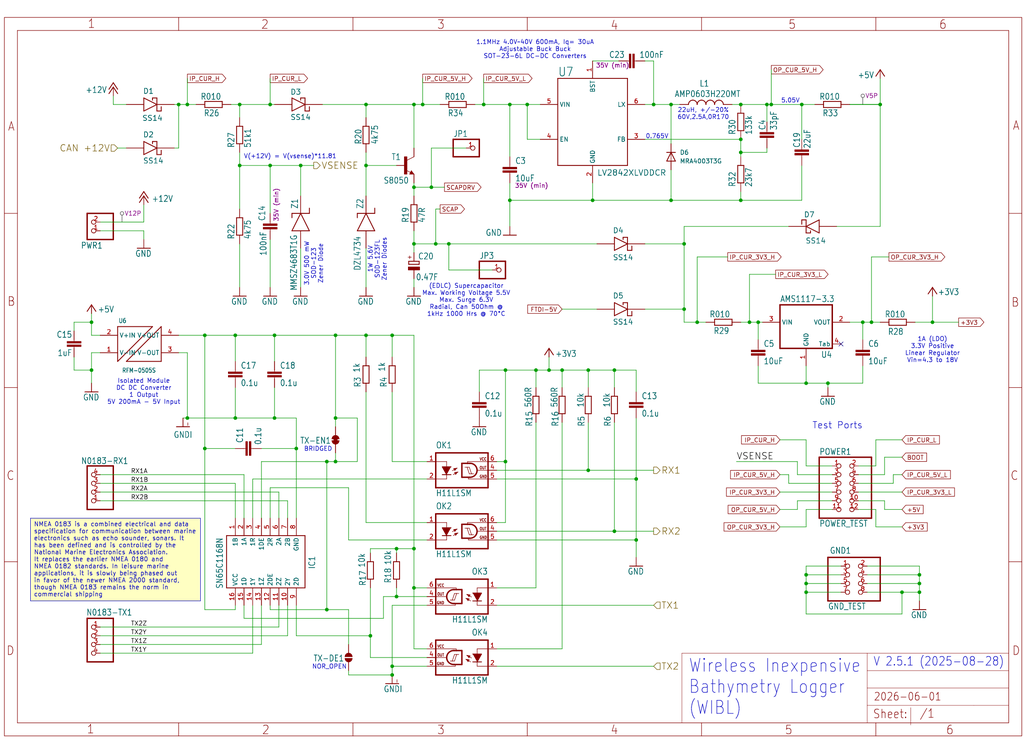
<source format=kicad_sch>
(kicad_sch (version 20250114) (generator "eeschema") (generator_version "9.0")
  (paper "User" 298.45 217.322)
  (lib_symbols
    (symbol "Diode:MRA4003T3G" (pin_numbers (hide yes)) (pin_names (hide yes))
      (property "Reference" "D" (at 0 2.54 0))
      (property "Value" "MRA4003T3G" (at 0 -2.54 0))
      (symbol "MRA4003T3G_1_1"
        (pin passive line (at -3.81 0 0) (length 2.54) (name "K") (number "1"))
        (pin passive line (at 3.81 0 180) (length 2.54) (name "A") (number "2"))
      )
    )
    (symbol "Jumper:SolderJumper_2_Bridged" (pin_numbers (hide yes)) (pin_names (offset 0) (hide yes)) (in_bom no)
      (property "Reference" "JP" (at 0 2.032 0))
      (property "Value" "SolderJumper_2_Bridged" (at 0 -2.54 0))
      (symbol "SolderJumper_2_Bridged_1_1"
        (pin passive line (at -3.81 0 0) (length 2.54) (name "A") (number "1"))
        (pin passive line (at 3.81 0 180) (length 2.54) (name "B") (number "2"))
      )
    )
    (symbol "Jumper:SolderJumper_2_Open" (pin_numbers (hide yes)) (pin_names (offset 0) (hide yes)) (in_bom no)
      (property "Reference" "JP" (at 0 2.032 0))
      (property "Value" "SolderJumper_2_Open" (at 0 -2.54 0))
      (symbol "SolderJumper_2_Open_1_1"
        (pin passive line (at -3.81 0 0) (length 2.54) (name "A") (number "1"))
        (pin passive line (at 3.81 0 180) (length 2.54) (name "B") (number "2"))
      )
    )
    (symbol "WIBL-eagle-import:SN65C1168N_SN65C1168N"
      (property "Reference" "IC" (at 21.59 7.62 0))
      (symbol "SN65C1168N_SN65C1168N_1_0"
        (pin input line (at 0 0 0) (length 5.08) (name "1B") (number "1"))
        (pin input line (at 0 -2.54 0) (length 5.08) (name "1A") (number "2"))
        (pin output line (at 0 -5.08 0) (length 5.08) (name "1R") (number "3"))
        (pin input line (at 0 -7.62 0) (length 5.08) (name "1DE") (number "4"))
        (pin output line (at 0 -10.16 0) (length 5.08) (name "2R") (number "5"))
        (pin input line (at 0 -12.7 0) (length 5.08) (name "2A") (number "6"))
        (pin input line (at 0 -15.24 0) (length 5.08) (name "2B") (number "7"))
        (pin power_in line (at 0 -17.78 0) (length 5.08) (name "GND") (number "8"))
        (pin power_in line (at 25.4 0 180) (length 5.08) (name "VCC") (number "16"))
        (pin input line (at 25.4 -2.54 180) (length 5.08) (name "1D") (number "15"))
        (pin output line (at 25.4 -5.08 180) (length 5.08) (name "1Y") (number "14"))
        (pin output line (at 25.4 -7.62 180) (length 5.08) (name "1Z") (number "13"))
        (pin input line (at 25.4 -10.16 180) (length 5.08) (name "2DE") (number "12"))
        (pin output line (at 25.4 -12.7 180) (length 5.08) (name "2Z") (number "11"))
        (pin output line (at 25.4 -15.24 180) (length 5.08) (name "2Y") (number "10"))
        (pin input line (at 25.4 -17.78 180) (length 5.08) (name "2D") (number "9"))
      )
    )
    (symbol "WIBL-eagle-import:burr-brown_REG1117"
      (property "Reference" "IC" (at -7.62 5.715 0))
      (symbol "burr-brown_REG1117_1_0"
        (pin input line (at -12.7 0 0) (length 5.08) (name "VIN") (number "3"))
        (pin power_in line (at 0 -12.7 90) (length 5.08) (name "GND") (number "1"))
        (pin passive line (at 10.16 -6.35 180) (length 2.54) (name "Tab") (number "4"))
        (pin output line (at 12.7 0 180) (length 5.08) (name "VOUT") (number "2"))
      )
    )
    (symbol "WIBL-eagle-import:frames_A4L-LOC_250721"
      (symbol "frames_A4L-LOC_250721_1_0"
        (text "C" (at 1.778 75.946 0) (effects (font (size 2.54 2.286))))
        (text "D" (at 1.778 24.892 0) (effects (font (size 2.54 2.286))))
        (text "A" (at 2.032 177.8 0) (effects (font (size 2.54 2.286))))
        (text "B" (at 2.032 126.746 0) (effects (font (size 2.54 2.286))))
        (text "1" (at 25.146 2.032 0) (effects (font (size 2.54 2.286))))
        (text "1" (at 25.4 207.772 0) (effects (font (size 2.54 2.286))))
        (text "2" (at 75.946 207.518 0) (effects (font (size 2.54 2.286))))
        (text "2" (at 76.2 1.778 0) (effects (font (size 2.54 2.286))))
        (text "3" (at 127.254 207.518 0) (effects (font (size 2.54 2.286))))
        (text "3" (at 127.254 1.778 0) (effects (font (size 2.54 2.286))))
        (text "4" (at 177.8 207.264 0) (effects (font (size 2.54 2.286))))
        (text "4" (at 177.8 1.778 0) (effects (font (size 2.54 2.286))))
        (text "5" (at 228.6 1.778 0) (effects (font (size 2.54 2.286))))
        (text "5" (at 229.616 207.518 0) (effects (font (size 2.54 2.286))))
        (text "Sheet:" (at 253.111 4.953 0) (effects (font (size 2.54 2.159)) (justify left bottom)))
        (text "${PROJECTNAME}" (at 253.365 15.24 0) (effects (font (size 2.54 2.159)) (justify left bottom)))
        (text "${CURRENT_DATE}" (at 253.365 10.16 0) (effects (font (size 2.286 1.9431)) (justify left bottom)))
        (text "${#}/${##}" (at 266.7 5.08 0) (effects (font (size 2.54 2.159)) (justify left bottom)))
        (text "6" (at 273.558 207.518 0) (effects (font (size 2.54 2.286))))
        (text "6" (at 275.59 1.778 0) (effects (font (size 2.54 2.286))))
        (text "C" (at 294.386 75.946 0) (effects (font (size 2.54 2.286))))
        (text "B" (at 294.64 126.492 0) (effects (font (size 2.54 2.286))))
        (text "A" (at 294.894 178.054 0) (effects (font (size 2.54 2.286))))
        (text "D" (at 294.894 24.892 0) (effects (font (size 2.54 2.286))))
      )
    )
    (symbol "WIBL-eagle-import:optocoupler_H11L1SM"
      (property "Reference" "OK" (at -7.62 6.35 0))
      (symbol "optocoupler_H11L1SM_1_0"
        (text "VCC" (at 5.08 2.794 0) (effects (font (size 0.8128 0.6908)) (justify left bottom)))
        (text "OUT" (at 5.08 0.254 0) (effects (font (size 0.8128 0.6908)) (justify left bottom)))
        (text "GND" (at 5.08 -2.286 0) (effects (font (size 0.8128 0.6908)) (justify left bottom)))
        (pin passive line (at -10.16 2.54 0) (length 2.54) (name "A") (number "1"))
        (pin passive line (at -10.16 -2.54 0) (length 2.54) (name "C") (number "2"))
        (pin power_in line (at 10.16 2.54 180) (length 2.54) (name "VCC") (number "6"))
        (pin output line (at 10.16 0 180) (length 2.54) (name "OUT") (number "4"))
        (pin power_in line (at 10.16 -2.54 180) (length 2.54) (name "GND") (number "5"))
      )
      (symbol "optocoupler_H11L1SM_1_1"
        (pin no_connect line (at -10.16 -3.81 0) (length 2.54) (hide yes) (name "NC") (number "3"))
      )
    )
    (symbol "WIBL-eagle-import:pinhead_PINHD-1X1"
      (property "Reference" "JP" (at -6.35 3.175 0))
      (symbol "pinhead_PINHD-1X1_1_0"
        (pin passive inverted (at -2.54 0 0) (length 2.54) (name "1") (number "1"))
      )
    )
    (symbol "WIBL-eagle-import:pinhead_PINHD-1X2"
      (property "Reference" "JP" (at -6.35 5.715 0))
      (symbol "pinhead_PINHD-1X2_1_0"
        (pin passive inverted (at -2.54 2.54 0) (length 2.54) (name "1") (number "1"))
        (pin passive inverted (at -2.54 0 0) (length 2.54) (name "2") (number "2"))
      )
    )
    (symbol "WIBL-eagle-import:pinhead_PINHD-1X4"
      (property "Reference" "JP" (at -6.35 8.255 0))
      (symbol "pinhead_PINHD-1X4_1_0"
        (pin passive inverted (at -2.54 5.08 0) (length 2.54) (name "1") (number "1"))
        (pin passive inverted (at -2.54 2.54 0) (length 2.54) (name "2") (number "2"))
        (pin passive inverted (at -2.54 0 0) (length 2.54) (name "3") (number "3"))
        (pin passive inverted (at -2.54 -2.54 0) (length 2.54) (name "4") (number "4"))
      )
    )
    (symbol "WIBL-eagle-import:pinhead_PINHD-2X4"
      (property "Reference" "JP" (at -6.35 8.255 0))
      (symbol "pinhead_PINHD-2X4_1_0"
        (pin passive inverted (at -2.54 5.08 0) (length 2.54) (name "1") (number "1"))
        (pin passive inverted (at -2.54 2.54 0) (length 2.54) (name "3") (number "3"))
        (pin passive inverted (at -2.54 0 0) (length 2.54) (name "5") (number "5"))
        (pin passive inverted (at -2.54 -2.54 0) (length 2.54) (name "7") (number "7"))
        (pin passive inverted (at 5.08 5.08 180) (length 2.54) (name "2") (number "2"))
        (pin passive inverted (at 5.08 2.54 180) (length 2.54) (name "4") (number "4"))
        (pin passive inverted (at 5.08 0 180) (length 2.54) (name "6") (number "6"))
        (pin passive inverted (at 5.08 -2.54 180) (length 2.54) (name "8") (number "8"))
      )
    )
    (symbol "WIBL-eagle-import:pinhead_PINHD-2X6"
      (property "Reference" "JP" (at -6.35 8.255 0))
      (symbol "pinhead_PINHD-2X6_1_0"
        (pin passive inverted (at -2.54 5.08 0) (length 2.54) (name "1") (number "1"))
        (pin passive inverted (at -2.54 2.54 0) (length 2.54) (name "3") (number "3"))
        (pin passive inverted (at -2.54 0 0) (length 2.54) (name "5") (number "5"))
        (pin passive inverted (at -2.54 -2.54 0) (length 2.54) (name "7") (number "7"))
        (pin passive inverted (at -2.54 -5.08 0) (length 2.54) (name "9") (number "9"))
        (pin passive inverted (at -2.54 -7.62 0) (length 2.54) (name "11") (number "11"))
        (pin passive inverted (at 5.08 5.08 180) (length 2.54) (name "2") (number "2"))
        (pin passive inverted (at 5.08 2.54 180) (length 2.54) (name "4") (number "4"))
        (pin passive inverted (at 5.08 0 180) (length 2.54) (name "6") (number "6"))
        (pin passive inverted (at 5.08 -2.54 180) (length 2.54) (name "8") (number "8"))
        (pin passive inverted (at 5.08 -5.08 180) (length 2.54) (name "10") (number "10"))
        (pin passive inverted (at 5.08 -7.62 180) (length 2.54) (name "12") (number "12"))
      )
    )
    (symbol "WIBL-eagle-import:rcl_C-EUC0603"
      (property "Reference" "C" (at 1.524 0.381 0))
      (symbol "rcl_C-EUC0603_1_0"
        (pin passive line (at 0 2.54 270) (length 2.54) (name "1") (number "1"))
        (pin passive line (at 0 -5.08 90) (length 2.54) (name "2") (number "2"))
      )
    )
    (symbol "WIBL-eagle-import:rcl_C-EUC0805"
      (property "Reference" "C" (at 1.524 0.381 0))
      (symbol "rcl_C-EUC0805_1_0"
        (pin passive line (at 0 2.54 270) (length 2.54) (name "1") (number "1"))
        (pin passive line (at 0 -5.08 90) (length 2.54) (name "2") (number "2"))
      )
    )
    (symbol "WIBL-eagle-import:rcl_C-EUC1206"
      (property "Reference" "C" (at 1.524 0.381 0))
      (symbol "rcl_C-EUC1206_1_0"
        (pin passive line (at 0 2.54 270) (length 2.54) (name "1") (number "1"))
        (pin passive line (at 0 -5.08 90) (length 2.54) (name "2") (number "2"))
      )
    )
    (symbol "WIBL-eagle-import:rcl_CPOL-EUP128-50"
      (property "Reference" "C" (at 1.143 0.4826 0))
      (symbol "rcl_CPOL-EUP128-50_1_0"
        (text "+" (at -0.5842 0.4064 900) (effects (font (size 1.27 1.0795)) (justify left bottom)))
        (pin passive line (at 0 2.54 270) (length 2.54) (name "+") (number "+"))
        (pin passive line (at 0 -5.08 90) (length 2.54) (name "-") (number "-"))
      )
    )
    (symbol "WIBL-eagle-import:rcl_R-EU_R0603"
      (property "Reference" "R" (at -3.81 1.4986 0))
      (symbol "rcl_R-EU_R0603_1_0"
        (pin passive line (at -5.08 0 0) (length 2.54) (name "1") (number "1"))
        (pin passive line (at 5.08 0 180) (length 2.54) (name "2") (number "2"))
      )
    )
    (symbol "WIBL-eagle-import:rcl_R-EU_R0805"
      (property "Reference" "R" (at -3.81 1.4986 0))
      (symbol "rcl_R-EU_R0805_1_0"
        (pin passive line (at -5.08 0 0) (length 2.54) (name "1") (number "1"))
        (pin passive line (at 5.08 0 180) (length 2.54) (name "2") (number "2"))
      )
    )
    (symbol "WIBL-eagle-import:sb2030_logger_BL9352A"
      (property "Reference" "U" (at -15.24 17.78 0))
      (property "Value" "BL9352A" (at -15.24 -15.24 0))
      (symbol "sb2030_logger_BL9352A_1_0"
        (pin bidirectional line (at -15.24 7.62 0) (length 5.08) (name "VIN") (number "5"))
        (pin bidirectional line (at -15.24 -2.54 0) (length 5.08) (name "EN") (number "4"))
        (pin bidirectional line (at 0 20.32 270) (length 5.08) (name "BST") (number "1"))
        (pin bidirectional line (at 0 -15.24 90) (length 5.08) (name "GND") (number "2"))
        (pin bidirectional line (at 15.24 7.62 180) (length 5.08) (name "LX") (number "6"))
        (pin bidirectional line (at 15.24 -2.54 180) (length 5.08) (name "FB") (number "3"))
      )
    )
    (symbol "WIBL-eagle-import:sb2030_logger_BZT52C3V0"
      (property "Reference" "Z" (at -4.572 3.048 0))
      (property "Value" "BZT52C3V0" (at -5.08 -4.826 0))
      (symbol "sb2030_logger_BZT52C3V0_1_0"
        (pin bidirectional line (at -7.62 0 0) (length 5.08) (name "A") (number "1"))
        (pin bidirectional line (at 7.62 0 180) (length 5.08) (name "K") (number "2"))
      )
    )
    (symbol "WIBL-eagle-import:sb2030_logger_C0402"
      (property "Reference" "C" (at 1.524 0.381 0))
      (symbol "sb2030_logger_C0402_1_0"
        (pin passive line (at 0 2.54 270) (length 2.54) (name "1") (number "P$1"))
        (pin passive line (at 0 -5.08 90) (length 2.54) (name "2") (number "P$2"))
      )
    )
    (symbol "WIBL-eagle-import:sb2030_logger_DZL4734"
      (property "Reference" "Z" (at -4.572 3.048 0))
      (property "Value" "DZL4734" (at -5.08 -4.826 0))
      (symbol "sb2030_logger_DZL4734_1_0"
        (pin bidirectional line (at -7.62 0 0) (length 5.08) (name "A") (number "A"))
        (pin bidirectional line (at 7.62 0 180) (length 5.08) (name "K") (number "K"))
      )
    )
    (symbol "WIBL-eagle-import:sb2030_logger_MWSA0603S"
      (property "Reference" "L" (at -1.27 -5.08 90))
      (property "Value" "MWSA0603S-150MT" (at 3.81 -5.08 90))
      (symbol "sb2030_logger_MWSA0603S_1_0"
        (pin passive line (at 0 7.62 270) (length 2.54) (name "1") (number "P$1"))
        (pin passive line (at 0 -7.62 90) (length 2.54) (name "2") (number "P$2"))
      )
    )
    (symbol "WIBL-eagle-import:sb2030_logger_RFM-0505S"
      (property "Reference" "U" (at -4.826 6.096 0))
      (property "Value" "RFM-0505S" (at -4.572 -7.112 0))
      (symbol "sb2030_logger_RFM-0505S_1_0"
        (pin power_in line (at -10.16 2.54 0) (length 5.08) (name "V+IN") (number "2"))
        (pin bidirectional line (at -10.16 -2.54 0) (length 5.08) (name "V-IN") (number "1"))
        (pin power_out line (at 12.7 2.54 180) (length 5.08) (name "V+OUT") (number "4"))
        (pin bidirectional line (at 12.7 -2.54 180) (length 5.08) (name "V-OUT") (number "3"))
      )
    )
    (symbol "WIBL-eagle-import:sb2030_logger_S8050"
      (property "Reference" "T" (at -10.16 7.62 0))
      (property "Value" "S8050" (at -10.16 5.08 0))
      (symbol "sb2030_logger_S8050_1_0"
        (pin passive line (at -2.54 0 0) (length 2.54) (name "B") (number "1"))
        (pin passive line (at 2.54 5.08 270) (length 2.54) (name "C") (number "3"))
        (pin passive line (at 2.54 -5.08 90) (length 2.54) (name "E") (number "2"))
      )
    )
    (symbol "WIBL-eagle-import:sb2030_logger_SS14"
      (property "Reference" "D" (at -5.842 2.286 0))
      (property "Value" "SS14" (at -5.08 -3.81 0))
      (symbol "sb2030_logger_SS14_1_0"
        (pin bidirectional line (at -10.16 0 0) (length 5.08) (name "A") (number "A"))
        (pin bidirectional line (at 3.81 0 180) (length 5.08) (name "K") (number "K"))
      )
    )
    (symbol "WIBL-eagle-import:supply1_+12V" (power)
      (symbol "supply1_+12V_1_0"
        (pin power_in line (at 0 -2.54 90) (length 2.54) (name "+12V") (number "1"))
      )
    )
    (symbol "WIBL-eagle-import:supply1_+3V3" (power)
      (symbol "supply1_+3V3_1_0"
        (pin power_in line (at 0 -2.54 90) (length 2.54) (name "+3V3") (number "1"))
      )
    )
    (symbol "WIBL-eagle-import:supply1_+5V" (power)
      (symbol "supply1_+5V_1_0"
        (pin power_in line (at 0 -2.54 90) (length 2.54) (name "+5V") (number "1"))
      )
    )
    (symbol "WIBL-eagle-import:supply1_GND" (power)
      (symbol "supply1_GND_1_0"
        (pin power_in line (at 0 2.54 270) (length 2.54) (name "GND") (number "1"))
      )
    )
    (symbol "WIBL-eagle-import:supply1_GNDI" (power)
      (symbol "supply1_GNDI_1_0"
        (text "I" (at 1.143 0.254 0) (effects (font (size 0.8128 0.6908)) (justify left bottom)))
        (pin power_in line (at 0 2.54 270) (length 2.54) (name "GNDI") (number "1"))
      )
    )
  )
  (text "0.765V" (at 191.516 39.878 0) (effects (font (size 1.27 1.27))))
  (text "5.05V" (at 230.378 29.464 0) (effects (font (size 1.27 1.27))))
  (text "1A (LDO)\n3.3V Positive\nLinear Regulator\nVin=4.3 to 18V" (at 271.78 102.108 0) (effects (font (size 1.27 1.27))))
  (text "1W 5.6V\nSOD-123FL\nZener Diodes" (at 109.982 75.692 90) (effects (font (size 1.27 1.27))))
  (text "3.0V 500 mW\nSOD-123\nZener Diode" (at 91.44 76.962 90) (effects (font (size 1.27 1.27))))
  (text "V(+12V) = V(vsense)*11.81" (at 84.582 45.72 0) (effects (font (size 1.27 1.27))))
  (text "Test Ports" (at 244.094 124.206 0) (effects (font (size 1.905 1.905))))
  (text "Isolated Module\nDC DC Converter\n1 Output\n5V 200mA - 5V Input" (at 41.91 114.3 0) (effects (font (size 1.27 1.27))))
  (text "1.1MHz 4.0V~40V 600mA, Iq= 30uA\nAdjustable Buck Buck\nSOT-23-6L DC-DC Converters" (at 155.956 14.478 0) (effects (font (size 1.27 1.27))))
  (text "22uH, +/-20%\n60V,2.5A,0R170" (at 204.978 33.274 0) (effects (font (size 1.27 1.27))))
  (text "V 2.5.1 (2025-08-28)" (at 254.508 194.564 0) (effects (font (size 2.54 2.159)) (justify left bottom)))
  (text "NOR_OPEN" (at 96.012 194.564 0) (effects (font (size 1.27 1.27))))
  (text "BRIDGED" (at 92.71 131.064 0) (effects (font (size 1.27 1.27))))
  (text "(EDLC) Supercapacitor\nMax. Working Voltage 5.5V\nMax. Surge 6.3V\nRadial, Can 50Ohm @\n1kHz 1000 Hrs @ 70°C" (at 135.89 87.63 0) (effects (font (size 1.27 1.27))))
  (text "Wireless Inexpensive\nBathymetry Logger\n(WIBL)" (at 200.66 208.788 0) (effects (font (size 3.81 3.2385)) (justify left bottom)))
  (text_box "NMEA 0183 is a combined electrical and data\nspecification for communication between marine\nelectronics such as echo sounder, sonars. It\nhas been defined and is controlled by the \nNational Marine Electronics Association. \nIt replaces the earlier NMEA 0180 and \nNMEA 0182 standards. In leisure marine \napplications, it is slowly being phased out\nin favor of the newer NMEA 2000 standard,\nthough NMEA 0183 remains the norm in \ncommercial shipping" (at 8.89 151.13 0) (size 49.53 24.13) (margins 0.9525 0.9525 0.9525 0.9525) (fill (type color) (color 255 255 194 1)) (effects (font (size 1.27 1.27)) (justify left top)))
  (junction (at 215.9 30.48))
  (junction (at 120.65 160.02))
  (junction (at 59.69 130.81))
  (junction (at 95.25 134.62))
  (junction (at 78.74 30.48))
  (junction (at 172.72 58.42))
  (junction (at 86.36 130.81))
  (junction (at 171.45 107.95))
  (junction (at 106.68 97.79))
  (junction (at 106.68 48.26))
  (junction (at 120.65 71.12))
  (junction (at 127 71.12))
  (junction (at 256.54 30.48))
  (junction (at 224.79 30.48))
  (junction (at 215.9 40.64))
  (junction (at 87.63 48.26))
  (junction (at 95.25 177.8))
  (junction (at 120.65 171.45))
  (junction (at 69.85 30.48))
  (junction (at 195.58 58.42))
  (junction (at 185.42 139.7))
  (junction (at 123.19 30.48))
  (junction (at 267.97 172.72))
  (junction (at 234.95 167.64))
  (junction (at 203.2 93.98))
  (junction (at 171.45 137.16))
  (junction (at 107.95 185.42))
  (junction (at 218.44 93.98))
  (junction (at 190.5 30.48))
  (junction (at 97.79 97.79))
  (junction (at 26.67 93.98))
  (junction (at 26.67 107.95))
  (junction (at 234.95 111.76))
  (junction (at 52.07 30.48))
  (junction (at 54.61 121.92))
  (junction (at 195.58 30.48))
  (junction (at 262.89 172.72))
  (junction (at 156.21 107.95))
  (junction (at 215.9 44.45))
  (junction (at 68.58 97.79))
  (junction (at 234.95 172.72))
  (junction (at 234.95 170.18))
  (junction (at 59.69 97.79))
  (junction (at 120.65 30.48))
  (junction (at 69.85 48.26))
  (junction (at 97.79 134.62))
  (junction (at 114.3 194.31))
  (junction (at 251.46 93.98))
  (junction (at 215.9 58.42))
  (junction (at 54.61 30.48))
  (junction (at 115.57 160.02))
  (junction (at 106.68 30.48))
  (junction (at 97.79 121.92))
  (junction (at 233.68 30.48))
  (junction (at 68.58 121.92))
  (junction (at 220.98 93.98))
  (junction (at 163.83 107.95))
  (junction (at 223.52 30.48))
  (junction (at 80.01 121.92))
  (junction (at 114.3 196.85))
  (junction (at 199.39 71.12))
  (junction (at 271.78 93.98))
  (junction (at 241.3 111.76))
  (junction (at 80.01 97.79))
  (junction (at 179.07 107.95))
  (junction (at 114.3 97.79))
  (junction (at 179.07 154.94))
  (junction (at 115.57 173.99))
  (junction (at 153.67 30.48))
  (junction (at 199.39 90.17))
  (junction (at 78.74 48.26))
  (junction (at 148.59 58.42))
  (junction (at 254 93.98))
  (junction (at 267.97 167.64))
  (junction (at 120.65 54.61))
  (junction (at 130.81 71.12))
  (junction (at 147.32 134.62))
  (junction (at 160.02 107.95))
  (junction (at 147.32 107.95))
  (junction (at 140.97 30.48))
  (junction (at 185.42 157.48))
  (junction (at 125.73 54.61))
  (junction (at 267.97 170.18))
  (junction (at 148.59 30.48))
  (no_connect (at 245.11 100.33))
  (wire (pts (xy 71.12 138.43) (xy 71.12 151.13)) (stroke (width 0.1524)))
  (wire (pts (xy 157.48 40.64) (xy 153.67 40.64)) (stroke (width 0.1524)))
  (wire (pts (xy 223.52 43.18) (xy 223.52 44.45)) (stroke (width 0.1524)))
  (wire (pts (xy 143.51 78.74) (xy 130.81 78.74)) (stroke (width 0.1524)))
  (wire (pts (xy 144.78 139.7) (xy 185.42 139.7)) (stroke (width 0.1524)))
  (wire (pts (xy 251.46 106.68) (xy 251.46 111.76)) (stroke (width 0.1524)))
  (wire (pts (xy 78.74 48.26) (xy 87.63 48.26)))
  (wire (pts (xy 124.46 189.23) (xy 120.65 189.23)) (stroke (width 0.1524)))
  (wire (pts (xy 29.21 143.51) (xy 81.28 143.51)) (stroke (width 0.1524)))
  (wire (pts (xy 256.54 30.48) (xy 247.65 30.48)) (stroke (width 0.1524)))
  (wire (pts (xy 250.19 148.59) (xy 255.27 148.59)) (stroke (width 0.1524)))
  (wire (pts (xy 124.46 171.45) (xy 120.65 171.45)) (stroke (width 0.1524)))
  (wire (pts (xy 215.9 44.45) (xy 215.9 40.64)) (stroke (width 0.1524)))
  (wire (pts (xy 247.65 93.98) (xy 251.46 93.98)) (stroke (width 0.1524)))
  (wire (pts (xy 262.89 172.72) (xy 267.97 172.72)) (stroke (width 0.1524)))
  (wire (pts (xy 163.83 113.03) (xy 163.83 107.95)) (stroke (width 0.1524)))
  (wire (pts (xy 86.36 185.42) (xy 86.36 176.53)) (stroke (width 0.1524)))
  (wire (pts (xy 87.63 83.82) (xy 87.63 72.39)))
  (wire (pts (xy 271.78 86.36) (xy 271.78 93.98)) (stroke (width 0.1524)))
  (wire (pts (xy 233.68 30.48) (xy 237.49 30.48)) (stroke (width 0.1524)))
  (wire (pts (xy 147.32 107.95) (xy 156.21 107.95)) (stroke (width 0.1524)))
  (wire (pts (xy 80.01 113.03) (xy 80.01 121.92)) (stroke (width 0.1524)))
  (wire (pts (xy 21.59 104.14) (xy 21.59 107.95)))
  (wire (pts (xy 120.65 54.61) (xy 125.73 54.61)) (stroke (width 0.1524)))
  (wire (pts (xy 115.57 161.29) (xy 115.57 160.02)) (stroke (width 0.1524)))
  (wire (pts (xy 234.95 135.89) (xy 234.95 128.27)) (stroke (width 0.1524)))
  (wire (pts (xy 76.2 134.62) (xy 95.25 134.62)))
  (wire (pts (xy 106.68 97.79) (xy 114.3 97.79)) (stroke (width 0.1524)))
  (wire (pts (xy 101.6 142.24) (xy 101.6 157.48)) (stroke (width 0.1524)))
  (wire (pts (xy 68.58 105.41) (xy 68.58 97.79)) (stroke (width 0.1524)))
  (wire (pts (xy 68.58 177.8) (xy 59.69 177.8)))
  (wire (pts (xy 69.85 71.12) (xy 69.85 83.82)))
  (wire (pts (xy 124.46 152.4) (xy 106.68 152.4)) (stroke (width 0.1524)))
  (wire (pts (xy 215.9 58.42) (xy 233.68 58.42)) (stroke (width 0.1524)))
  (wire (pts (xy 163.83 107.95) (xy 160.02 107.95)) (stroke (width 0.1524)))
  (wire (pts (xy 120.65 30.48) (xy 120.65 43.18)))
  (wire (pts (xy 107.95 191.77) (xy 124.46 191.77)) (stroke (width 0.1524)))
  (wire (pts (xy 250.19 135.89) (xy 255.27 135.89)) (stroke (width 0.1524)))
  (wire (pts (xy 67.31 30.48) (xy 69.85 30.48)) (stroke (width 0.1524)))
  (wire (pts (xy 107.95 171.45) (xy 107.95 185.42)) (stroke (width 0.1524)))
  (wire (pts (xy 140.97 30.48) (xy 140.97 22.86)) (stroke (width 0.1524)))
  (wire (pts (xy 229.87 138.43) (xy 229.87 140.97)) (stroke (width 0.1524)))
  (wire (pts (xy 114.3 134.62) (xy 114.3 114.3)) (stroke (width 0.1524)))
  (wire (pts (xy 68.58 176.53) (xy 68.58 177.8)))
  (wire (pts (xy 140.97 30.48) (xy 148.59 30.48)) (stroke (width 0.1524)))
  (wire (pts (xy 266.7 93.98) (xy 271.78 93.98)) (stroke (width 0.1524)))
  (wire (pts (xy 215.9 44.45) (xy 223.52 44.45)) (stroke (width 0.1524)))
  (wire (pts (xy 257.81 148.59) (xy 262.89 148.59)) (stroke (width 0.1524)))
  (wire (pts (xy 255.27 148.59) (xy 255.27 153.67)) (stroke (width 0.1524)))
  (wire (pts (xy 29.21 64.77) (xy 41.91 64.77)) (stroke (width 0.1524)))
  (wire (pts (xy 171.45 137.16) (xy 190.5 137.16)) (stroke (width 0.1524)))
  (wire (pts (xy 81.28 143.51) (xy 81.28 151.13)) (stroke (width 0.1524)))
  (wire (pts (xy 156.21 107.95) (xy 160.02 107.95)) (stroke (width 0.1524)))
  (wire (pts (xy 234.95 167.64) (xy 234.95 170.18)) (stroke (width 0.1524)))
  (wire (pts (xy 234.95 170.18) (xy 234.95 172.72)) (stroke (width 0.1524)))
  (wire (pts (xy 250.19 138.43) (xy 257.81 138.43)) (stroke (width 0.1524)))
  (wire (pts (xy 234.95 111.76) (xy 220.98 111.76)) (stroke (width 0.1524)))
  (wire (pts (xy 252.73 170.18) (xy 267.97 170.18)) (stroke (width 0.1524)))
  (wire (pts (xy 33.02 30.48) (xy 36.83 30.48)) (stroke (width 0.1524)))
  (wire (pts (xy 257.81 138.43) (xy 257.81 133.35)) (stroke (width 0.1524)))
  (wire (pts (xy 218.44 93.98) (xy 218.44 80.01)) (stroke (width 0.1524)))
  (wire (pts (xy 41.91 67.31) (xy 29.21 67.31)) (stroke (width 0.1524)))
  (wire (pts (xy 120.65 160.02) (xy 120.65 171.45)) (stroke (width 0.1524)))
  (wire (pts (xy 267.97 165.1) (xy 267.97 167.64)) (stroke (width 0.1524)))
  (wire (pts (xy 78.74 177.8) (xy 95.25 177.8)))
  (wire (pts (xy 234.95 172.72) (xy 234.95 179.07)) (stroke (width 0.1524)))
  (wire (pts (xy 163.83 189.23) (xy 163.83 123.19)) (stroke (width 0.1524)))
  (wire (pts (xy 21.59 107.95) (xy 26.67 107.95)))
  (wire (pts (xy 73.66 139.7) (xy 124.46 139.7)) (stroke (width 0.1524)))
  (wire (pts (xy 223.52 30.48) (xy 224.79 30.48)) (stroke (width 0.1524)))
  (wire (pts (xy 215.9 93.98) (xy 218.44 93.98)))
  (wire (pts (xy 156.21 113.03) (xy 156.21 107.95)) (stroke (width 0.1524)))
  (wire (pts (xy 115.57 173.99) (xy 124.46 173.99)) (stroke (width 0.1524)))
  (wire (pts (xy 212.09 74.93) (xy 203.2 74.93)) (stroke (width 0.1524)))
  (wire (pts (xy 107.95 185.42) (xy 107.95 191.77)) (stroke (width 0.1524)))
  (wire (pts (xy 144.78 137.16) (xy 171.45 137.16)) (stroke (width 0.1524)))
  (wire (pts (xy 125.73 54.61) (xy 129.54 54.61)) (stroke (width 0.1524)))
  (wire (pts (xy 195.58 58.42) (xy 215.9 58.42)) (stroke (width 0.1524)))
  (wire (pts (xy 267.97 170.18) (xy 267.97 172.72)) (stroke (width 0.1524)))
  (wire (pts (xy 220.98 99.06) (xy 220.98 93.98)) (stroke (width 0.1524)))
  (wire (pts (xy 76.2 130.81) (xy 86.36 130.81)))
  (wire (pts (xy 254 74.93) (xy 259.08 74.93)) (stroke (width 0.1524)))
  (wire (pts (xy 41.91 64.77) (xy 41.91 59.69)) (stroke (width 0.1524)))
  (wire (pts (xy 111.76 173.99) (xy 111.76 180.34)) (stroke (width 0.1524)))
  (wire (pts (xy 130.81 71.12) (xy 173.99 71.12)) (stroke (width 0.1524)))
  (wire (pts (xy 106.68 48.26) (xy 115.57 48.26)) (stroke (width 0.1524)))
  (wire (pts (xy 234.95 148.59) (xy 234.95 153.67)) (stroke (width 0.1524)))
  (wire (pts (xy 71.12 180.34) (xy 71.12 176.53)) (stroke (width 0.1524)))
  (wire (pts (xy 86.36 121.92) (xy 80.01 121.92)) (stroke (width 0.1524)))
  (wire (pts (xy 245.11 170.18) (xy 234.95 170.18)) (stroke (width 0.1524)))
  (wire (pts (xy 254 93.98) (xy 254 74.93)) (stroke (width 0.1524)))
  (wire (pts (xy 120.65 71.12) (xy 127 71.12)) (stroke (width 0.1524)))
  (wire (pts (xy 29.21 182.88) (xy 81.28 182.88)))
  (wire (pts (xy 148.59 45.72) (xy 148.59 30.48)) (stroke (width 0.1524)))
  (wire (pts (xy 242.57 135.89) (xy 234.95 135.89)) (stroke (width 0.1524)))
  (wire (pts (xy 187.96 30.48) (xy 190.5 30.48)) (stroke (width 0.1524)))
  (wire (pts (xy 179.07 113.03) (xy 179.07 107.95)) (stroke (width 0.1524)))
  (wire (pts (xy 54.61 121.92) (xy 68.58 121.92)) (stroke (width 0.1524)))
  (wire (pts (xy 187.96 90.17) (xy 199.39 90.17)) (stroke (width 0.1524)))
  (wire (pts (xy 144.78 176.53) (xy 190.5 176.53)) (stroke (width 0.1524)))
  (wire (pts (xy 106.68 34.29) (xy 106.68 30.48)) (stroke (width 0.1524)))
  (wire (pts (xy 53.34 121.92) (xy 54.61 121.92)))
  (wire (pts (xy 123.19 30.48) (xy 123.19 22.86)) (stroke (width 0.1524)))
  (wire (pts (xy 106.68 83.82) (xy 106.68 72.39)) (stroke (width 0.1524)))
  (wire (pts (xy 234.95 128.27) (xy 227.33 128.27)) (stroke (width 0.1524)))
  (wire (pts (xy 242.57 138.43) (xy 232.41 138.43)) (stroke (width 0.1524)))
  (wire (pts (xy 124.46 194.31) (xy 114.3 194.31)) (stroke (width 0.1524)))
  (wire (pts (xy 195.58 49.53) (xy 195.58 57.15)))
  (wire (pts (xy 78.74 48.26) (xy 78.74 62.23)))
  (wire (pts (xy 125.73 43.18) (xy 125.73 54.61)) (stroke (width 0.1524)))
  (wire (pts (xy 54.61 30.48) (xy 52.07 30.48)) (stroke (width 0.1524)))
  (wire (pts (xy 29.21 138.43) (xy 71.12 138.43)) (stroke (width 0.1524)))
  (wire (pts (xy 144.78 189.23) (xy 163.83 189.23)) (stroke (width 0.1524)))
  (wire (pts (xy 256.54 30.48) (xy 256.54 22.86)) (stroke (width 0.1524)))
  (wire (pts (xy 255.27 135.89) (xy 255.27 128.27)) (stroke (width 0.1524)))
  (wire (pts (xy 187.96 17.78) (xy 190.5 17.78)) (stroke (width 0.1524)))
  (wire (pts (xy 69.85 30.48) (xy 69.85 34.29)) (stroke (width 0.1524)))
  (wire (pts (xy 203.2 93.98) (xy 205.74 93.98)) (stroke (width 0.1524)))
  (wire (pts (xy 213.36 30.48) (xy 215.9 30.48)) (stroke (width 0.1524)))
  (wire (pts (xy 190.5 30.48) (xy 195.58 30.48)) (stroke (width 0.1524)))
  (wire (pts (xy 120.65 71.12) (xy 120.65 73.66)) (stroke (width 0.1524)))
  (wire (pts (xy 111.76 180.34) (xy 71.12 180.34)) (stroke (width 0.1524)))
  (wire (pts (xy 262.89 179.07) (xy 262.89 172.72)) (stroke (width 0.1524)))
  (wire (pts (xy 185.42 114.3) (xy 185.42 107.95)))
  (wire (pts (xy 148.59 58.42) (xy 148.59 66.04)) (stroke (width 0.1524)))
  (wire (pts (xy 267.97 167.64) (xy 267.97 170.18)) (stroke (width 0.1524)))
  (wire (pts (xy 29.21 146.05) (xy 83.82 146.05)) (stroke (width 0.1524)))
  (wire (pts (xy 104.14 121.92) (xy 104.14 134.62)) (stroke (width 0.1524)))
  (wire (pts (xy 120.65 30.48) (xy 123.19 30.48)) (stroke (width 0.1524)))
  (wire (pts (xy 153.67 40.64) (xy 153.67 30.48)) (stroke (width 0.1524)))
  (wire (pts (xy 242.57 148.59) (xy 234.95 148.59)) (stroke (width 0.1524)))
  (wire (pts (xy 21.59 93.98) (xy 21.59 96.52)) (stroke (width 0.1524)))
  (wire (pts (xy 78.74 176.53) (xy 78.74 177.8)))
  (wire (pts (xy 218.44 93.98) (xy 220.98 93.98)) (stroke (width 0.1524)))
  (wire (pts (xy 234.95 153.67) (xy 227.33 153.67)) (stroke (width 0.1524)))
  (wire (pts (xy 26.67 93.98) (xy 21.59 93.98)) (stroke (width 0.1524)))
  (wire (pts (xy 114.3 97.79) (xy 114.3 104.14)) (stroke (width 0.1524)))
  (wire (pts (xy 260.35 140.97) (xy 260.35 138.43)) (stroke (width 0.1524)))
  (wire (pts (xy 233.68 48.26) (xy 233.68 58.42)) (stroke (width 0.1524)))
  (wire (pts (xy 195.58 30.48) (xy 198.12 30.48)) (stroke (width 0.1524)))
  (wire (pts (xy 232.41 148.59) (xy 227.33 148.59)) (stroke (width 0.1524)))
  (wire (pts (xy 68.58 121.92) (xy 80.01 121.92)) (stroke (width 0.1524)))
  (wire (pts (xy 187.96 40.64) (xy 215.9 40.64)) (stroke (width 0.1524)))
  (wire (pts (xy 114.3 97.79) (xy 120.65 97.79)) (stroke (width 0.1524)))
  (wire (pts (xy 144.78 154.94) (xy 179.07 154.94)) (stroke (width 0.1524)))
  (wire (pts (xy 256.54 30.48) (xy 247.65 30.48)))
  (wire (pts (xy 76.2 134.62) (xy 76.2 151.13)))
  (wire (pts (xy 97.79 97.79) (xy 106.68 97.79)) (stroke (width 0.1524)))
  (wire (pts (xy 120.65 83.82) (xy 120.65 81.28)) (stroke (width 0.1524)))
  (wire (pts (xy 59.69 130.81) (xy 59.69 177.8)))
  (wire (pts (xy 52.07 43.18) (xy 50.8 43.18)) (stroke (width 0.1524)))
  (wire (pts (xy 33.02 30.48) (xy 33.02 27.94)) (stroke (width 0.1524)))
  (wire (pts (xy 101.6 157.48) (xy 124.46 157.48)) (stroke (width 0.1524)))
  (wire (pts (xy 242.57 143.51) (xy 227.33 143.51)) (stroke (width 0.1524)))
  (wire (pts (xy 101.6 177.8) (xy 101.6 187.96)))
  (wire (pts (xy 199.39 66.04) (xy 229.87 66.04)) (stroke (width 0.1524)))
  (wire (pts (xy 252.73 167.64) (xy 267.97 167.64)) (stroke (width 0.1524)))
  (wire (pts (xy 138.43 30.48) (xy 140.97 30.48)) (stroke (width 0.1524)))
  (wire (pts (xy 52.07 102.87) (xy 54.61 102.87)) (stroke (width 0.1524)))
  (wire (pts (xy 54.61 22.86) (xy 54.61 30.48)) (stroke (width 0.1524)))
  (wire (pts (xy 251.46 93.98) (xy 254 93.98)) (stroke (width 0.1524)))
  (wire (pts (xy 144.78 171.45) (xy 156.21 171.45)) (stroke (width 0.1524)))
  (wire (pts (xy 260.35 138.43) (xy 262.89 138.43)) (stroke (width 0.1524)))
  (wire (pts (xy 171.45 113.03) (xy 171.45 107.95)) (stroke (width 0.1524)))
  (wire (pts (xy 172.72 58.42) (xy 195.58 58.42)) (stroke (width 0.1524)))
  (wire (pts (xy 78.74 69.85) (xy 78.74 83.82)))
  (wire (pts (xy 245.11 167.64) (xy 234.95 167.64)) (stroke (width 0.1524)))
  (wire (pts (xy 26.67 97.79) (xy 26.67 93.98)) (stroke (width 0.1524)))
  (wire (pts (xy 106.68 104.14) (xy 106.68 97.79)) (stroke (width 0.1524)))
  (wire (pts (xy 127 60.96) (xy 128.27 60.96)) (stroke (width 0.1524)))
  (wire (pts (xy 171.45 123.19) (xy 171.45 137.16)) (stroke (width 0.1524)))
  (wire (pts (xy 229.87 140.97) (xy 242.57 140.97)) (stroke (width 0.1524)))
  (wire (pts (xy 255.27 128.27) (xy 262.89 128.27)) (stroke (width 0.1524)))
  (wire (pts (xy 163.83 107.95) (xy 171.45 107.95)) (stroke (width 0.1524)))
  (wire (pts (xy 111.76 173.99) (xy 115.57 173.99)) (stroke (width 0.1524)))
  (wire (pts (xy 185.42 139.7) (xy 185.42 157.48)) (stroke (width 0.1524)))
  (wire (pts (xy 147.32 134.62) (xy 147.32 107.95)) (stroke (width 0.1524)))
  (wire (pts (xy 160.02 104.14) (xy 160.02 107.95)) (stroke (width 0.1524)))
  (wire (pts (xy 69.85 48.26) (xy 69.85 60.96)) (stroke (width 0.1524)))
  (wire (pts (xy 203.2 74.93) (xy 203.2 93.98)) (stroke (width 0.1524)))
  (wire (pts (xy 187.96 71.12) (xy 199.39 71.12)) (stroke (width 0.1524)))
  (wire (pts (xy 172.72 58.42) (xy 172.72 53.34)) (stroke (width 0.1524)))
  (wire (pts (xy 83.82 176.53) (xy 83.82 185.42)) (stroke (width 0.1524)))
  (wire (pts (xy 232.41 138.43) (xy 232.41 134.62)) (stroke (width 0.1524)))
  (wire (pts (xy 78.74 142.24) (xy 78.74 151.13)) (stroke (width 0.1524)))
  (wire (pts (xy 123.19 30.48) (xy 128.27 30.48)) (stroke (width 0.1524)))
  (wire (pts (xy 241.3 111.76) (xy 251.46 111.76)))
  (wire (pts (xy 127 71.12) (xy 130.81 71.12)) (stroke (width 0.1524)))
  (wire (pts (xy 171.45 107.95) (xy 179.07 107.95)) (stroke (width 0.1524)))
  (wire (pts (xy 135.89 43.18) (xy 125.73 43.18)) (stroke (width 0.1524)))
  (wire (pts (xy 34.29 43.18) (xy 36.83 43.18)) (stroke (width 0.1524)))
  (wire (pts (xy 97.79 121.92) (xy 104.14 121.92)) (stroke (width 0.1524)))
  (wire (pts (xy 256.54 66.04) (xy 256.54 30.48)) (stroke (width 0.1524)))
  (wire (pts (xy 232.41 146.05) (xy 232.41 148.59)) (stroke (width 0.1524)))
  (wire (pts (xy 120.65 97.79) (xy 120.65 160.02)) (stroke (width 0.1524)))
  (wire (pts (xy 215.9 44.45) (xy 215.9 45.72)) (stroke (width 0.1524)))
  (wire (pts (xy 139.7 114.3) (xy 139.7 107.95)) (stroke (width 0.1524)))
  (wire (pts (xy 52.07 97.79) (xy 59.69 97.79)) (stroke (width 0.1524)))
  (wire (pts (xy 127 60.96) (xy 127 71.12)) (stroke (width 0.1524)))
  (wire (pts (xy 252.73 165.1) (xy 267.97 165.1)) (stroke (width 0.1524)))
  (wire (pts (xy 41.91 69.85) (xy 41.91 67.31)) (stroke (width 0.1524)))
  (wire (pts (xy 29.21 97.79) (xy 26.67 97.79)) (stroke (width 0.1524)))
  (wire (pts (xy 69.85 44.45) (xy 69.85 48.26)) (stroke (width 0.1524)))
  (wire (pts (xy 148.59 58.42) (xy 148.59 53.34)) (stroke (width 0.1524)))
  (wire (pts (xy 120.65 53.34) (xy 120.65 54.61)) (stroke (width 0.1524)))
  (wire (pts (xy 215.9 30.48) (xy 223.52 30.48)) (stroke (width 0.1524)))
  (wire (pts (xy 199.39 71.12) (xy 199.39 90.17)) (stroke (width 0.1524)))
  (wire (pts (xy 86.36 185.42) (xy 107.95 185.42)) (stroke (width 0.1524)))
  (wire (pts (xy 227.33 138.43) (xy 229.87 138.43)) (stroke (width 0.1524)))
  (wire (pts (xy 87.63 48.26) (xy 87.63 57.15)))
  (wire (pts (xy 257.81 133.35) (xy 262.89 133.35)) (stroke (width 0.1524)))
  (wire (pts (xy 97.79 97.79) (xy 97.79 121.92)) (stroke (width 0.1524)))
  (wire (pts (xy 54.61 102.87) (xy 54.61 121.92)) (stroke (width 0.1524)))
  (wire (pts (xy 241.3 113.03) (xy 241.3 111.76)) (stroke (width 0.1524)))
  (wire (pts (xy 83.82 146.05) (xy 83.82 151.13)) (stroke (width 0.1524)))
  (wire (pts (xy 124.46 134.62) (xy 114.3 134.62)) (stroke (width 0.1524)))
  (wire (pts (xy 73.66 139.7) (xy 73.66 151.13)) (stroke (width 0.1524)))
  (wire (pts (xy 254 93.98) (xy 256.54 93.98)) (stroke (width 0.1524)))
  (wire (pts (xy 101.6 196.85) (xy 114.3 196.85)) (stroke (width 0.1524)))
  (wire (pts (xy 115.57 173.99) (xy 115.57 171.45)) (stroke (width 0.1524)))
  (wire (pts (xy 93.98 30.48) (xy 106.68 30.48)) (stroke (width 0.1524)))
  (wire (pts (xy 78.74 142.24) (xy 101.6 142.24)) (stroke (width 0.1524)))
  (wire (pts (xy 106.68 44.45) (xy 106.68 48.26)) (stroke (width 0.1524)))
  (wire (pts (xy 233.68 40.64) (xy 233.68 30.48)) (stroke (width 0.1524)))
  (wire (pts (xy 29.21 185.42) (xy 83.82 185.42)))
  (wire (pts (xy 29.21 187.96) (xy 76.2 187.96)))
  (wire (pts (xy 120.65 57.15) (xy 120.65 54.61)))
  (wire (pts (xy 224.79 30.48) (xy 233.68 30.48)) (stroke (width 0.1524)))
  (wire (pts (xy 242.57 146.05) (xy 232.41 146.05)) (stroke (width 0.1524)))
  (wire (pts (xy 95.25 134.62) (xy 97.79 134.62)))
  (wire (pts (xy 115.57 160.02) (xy 120.65 160.02)) (stroke (width 0.1524)))
  (wire (pts (xy 255.27 153.67) (xy 262.89 153.67)) (stroke (width 0.1524)))
  (wire (pts (xy 81.28 176.53) (xy 81.28 182.88)) (stroke (width 0.1524)))
  (wire (pts (xy 250.19 140.97) (xy 260.35 140.97)) (stroke (width 0.1524)))
  (wire (pts (xy 59.69 97.79) (xy 59.69 130.81)))
  (wire (pts (xy 139.7 107.95) (xy 147.32 107.95)) (stroke (width 0.1524)))
  (wire (pts (xy 101.6 195.58) (xy 101.6 196.85)))
  (wire (pts (xy 73.66 176.53) (xy 73.66 190.5)) (stroke (width 0.1524)))
  (wire (pts (xy 234.95 106.68) (xy 234.95 111.76)) (stroke (width 0.1524)))
  (wire (pts (xy 130.81 71.12) (xy 130.81 78.74)) (stroke (width 0.1524)))
  (wire (pts (xy 59.69 130.81) (xy 68.58 130.81)))
  (wire (pts (xy 220.98 111.76) (xy 220.98 106.68)) (stroke (width 0.1524)))
  (wire (pts (xy 68.58 113.03) (xy 68.58 121.92)) (stroke (width 0.1524)))
  (wire (pts (xy 26.67 111.76) (xy 26.67 107.95)) (stroke (width 0.1524)))
  (wire (pts (xy 26.67 93.98) (xy 26.67 91.44)) (stroke (width 0.1524)))
  (wire (pts (xy 52.07 30.48) (xy 52.07 43.18)) (stroke (width 0.1524)))
  (wire (pts (xy 243.84 66.04) (xy 256.54 66.04)) (stroke (width 0.1524)))
  (wire (pts (xy 86.36 130.81) (xy 86.36 151.13)) (stroke (width 0.1524)))
  (wire (pts (xy 97.79 132.08) (xy 97.79 134.62)))
  (wire (pts (xy 148.59 30.48) (xy 153.67 30.48)) (stroke (width 0.1524)))
  (wire (pts (xy 218.44 80.01) (xy 226.06 80.01)) (stroke (width 0.1524)))
  (wire (pts (xy 199.39 66.04) (xy 199.39 71.12)) (stroke (width 0.1524)))
  (wire (pts (xy 144.78 157.48) (xy 185.42 157.48)) (stroke (width 0.1524)))
  (wire (pts (xy 114.3 176.53) (xy 124.46 176.53)) (stroke (width 0.1524)))
  (wire (pts (xy 179.07 154.94) (xy 190.5 154.94)) (stroke (width 0.1524)))
  (wire (pts (xy 179.07 123.19) (xy 179.07 154.94)) (stroke (width 0.1524)))
  (wire (pts (xy 107.95 160.02) (xy 115.57 160.02)) (stroke (width 0.1524)))
  (wire (pts (xy 120.65 67.31) (xy 120.65 71.12)) (stroke (width 0.1524)))
  (wire (pts (xy 195.58 30.48) (xy 195.58 41.91)) (stroke (width 0.1524)))
  (wire (pts (xy 29.21 140.97) (xy 68.58 140.97)) (stroke (width 0.1524)))
  (wire (pts (xy 144.78 152.4) (xy 147.32 152.4)) (stroke (width 0.1524)))
  (wire (pts (xy 69.85 30.48) (xy 78.74 30.48)) (stroke (width 0.1524)))
  (wire (pts (xy 190.5 17.78) (xy 190.5 30.48)) (stroke (width 0.1524)))
  (wire (pts (xy 95.25 134.62) (xy 95.25 177.8)))
  (wire (pts (xy 245.11 165.1) (xy 234.95 165.1)) (stroke (width 0.1524)))
  (wire (pts (xy 172.72 17.78) (xy 180.34 17.78)) (stroke (width 0.1524)))
  (wire (pts (xy 80.01 97.79) (xy 80.01 105.41)) (stroke (width 0.1524)))
  (wire (pts (xy 250.19 146.05) (xy 257.81 146.05)) (stroke (width 0.1524)))
  (wire (pts (xy 203.2 93.98) (xy 199.39 93.98)) (stroke (width 0.1524)))
  (wire (pts (xy 195.58 57.15) (xy 195.58 58.42)) (stroke (width 0.1524)))
  (wire (pts (xy 26.67 102.87) (xy 29.21 102.87)) (stroke (width 0.1524)))
  (wire (pts (xy 147.32 134.62) (xy 147.32 152.4)) (stroke (width 0.1524)))
  (wire (pts (xy 97.79 121.92) (xy 97.79 124.46)) (stroke (width 0.1524)))
  (wire (pts (xy 57.15 30.48) (xy 54.61 30.48)) (stroke (width 0.1524)))
  (wire (pts (xy 120.65 189.23) (xy 120.65 171.45)) (stroke (width 0.1524)))
  (wire (pts (xy 80.01 97.79) (xy 97.79 97.79)) (stroke (width 0.1524)))
  (wire (pts (xy 156.21 171.45) (xy 156.21 123.19)) (stroke (width 0.1524)))
  (wire (pts (xy 185.42 121.92) (xy 185.42 139.7)))
  (wire (pts (xy 97.79 134.62) (xy 104.14 134.62)) (stroke (width 0.1524)))
  (wire (pts (xy 220.98 93.98) (xy 222.25 93.98)) (stroke (width 0.1524)))
  (wire (pts (xy 223.52 35.56) (xy 223.52 30.48)) (stroke (width 0.1524)))
  (wire (pts (xy 59.69 97.79) (xy 68.58 97.79)) (stroke (width 0.1524)))
  (wire (pts (xy 245.11 172.72) (xy 234.95 172.72)) (stroke (width 0.1524)))
  (wire (pts (xy 86.36 121.92) (xy 86.36 130.81)) (stroke (width 0.1524)))
  (wire (pts (xy 144.78 194.31) (xy 190.5 194.31)) (stroke (width 0.1524)))
  (wire (pts (xy 78.74 30.48) (xy 80.01 30.48)) (stroke (width 0.1524)))
  (wire (pts (xy 215.9 55.88) (xy 215.9 58.42)) (stroke (width 0.1524)))
  (wire (pts (xy 50.8 30.48) (xy 52.07 30.48)) (stroke (width 0.1524)))
  (wire (pts (xy 144.78 134.62) (xy 147.32 134.62)) (stroke (width 0.1524)))
  (wire (pts (xy 153.67 30.48) (xy 157.48 30.48)) (stroke (width 0.1524)))
  (wire (pts (xy 185.42 157.48) (xy 185.42 162.56)) (stroke (width 0.1524)))
  (wire (pts (xy 234.95 179.07) (xy 262.89 179.07)) (stroke (width 0.1524)))
  (wire (pts (xy 163.83 90.17) (xy 173.99 90.17)) (stroke (width 0.1524)))
  (wire (pts (xy 148.59 58.42) (xy 172.72 58.42)) (stroke (width 0.1524)))
  (wire (pts (xy 68.58 97.79) (xy 80.01 97.79)) (stroke (width 0.1524)))
  (wire (pts (xy 106.68 152.4) (xy 106.68 114.3)) (stroke (width 0.1524)))
  (wire (pts (xy 252.73 172.72) (xy 262.89 172.72)) (stroke (width 0.1524)))
  (wire (pts (xy 224.79 30.48) (xy 224.79 20.32)) (stroke (width 0.1524)))
  (wire (pts (xy 107.95 161.29) (xy 107.95 160.02)) (stroke (width 0.1524)))
  (wire (pts (xy 106.68 48.26) (xy 106.68 57.15)) (stroke (width 0.1524)))
  (wire (pts (xy 76.2 176.53) (xy 76.2 187.96)) (stroke (width 0.1524)))
  (wire (pts (xy 250.19 143.51) (xy 262.89 143.51)) (stroke (width 0.1524)))
  (wire (pts (xy 78.74 22.86) (xy 78.74 30.48)) (stroke (width 0.1524)))
  (wire (pts (xy 29.21 190.5) (xy 73.66 190.5)))
  (wire (pts (xy 95.25 177.8) (xy 101.6 177.8)))
  (wire (pts (xy 185.42 107.95) (xy 179.07 107.95)))
  (wire (pts (xy 271.78 93.98) (xy 279.4 93.98)) (stroke (width 0.1524)))
  (wire (pts (xy 267.97 172.72) (xy 267.97 175.26)) (stroke (width 0.1524)))
  (wire (pts (xy 69.85 48.26) (xy 78.74 48.26)))
  (wire (pts (xy 257.81 146.05) (xy 257.81 148.59)) (stroke (width 0.1524)))
  (wire (pts (xy 234.95 165.1) (xy 234.95 167.64)) (stroke (width 0.1524)))
  (wire (pts (xy 114.3 194.31) (xy 114.3 176.53)) (stroke (width 0.1524)))
  (wire (pts (xy 68.58 140.97) (xy 68.58 151.13)) (stroke (width 0.1524)))
  (wire (pts (xy 251.46 93.98) (xy 251.46 99.06)) (stroke (width 0.1524)))
  (wire (pts (xy 114.3 194.31) (xy 114.3 196.85)) (stroke (width 0.1524)))
  (wire (pts (xy 241.3 111.76) (xy 234.95 111.76)) (stroke (width 0.1524)))
  (wire (pts (xy 106.68 30.48) (xy 120.65 30.48)) (stroke (width 0.1524)))
  (wire (pts (xy 214.63 134.62) (xy 232.41 134.62)) (stroke (width 0.1524)))
  (wire (pts (xy 199.39 90.17) (xy 199.39 93.98)) (stroke (width 0.1524)))
  (wire (pts (xy 26.67 107.95) (xy 26.67 102.87)) (stroke (width 0.1524)))
  (wire (pts (xy 87.63 48.26) (xy 91.44 48.26)))
  (label "RX1B" (at 38.1 140.97 0))
  (label "TX1Y" (at 38.1 190.5 0))
  (label "TX1Z" (at 38.1 187.96 0))
  (label "TX2Z" (at 38.1 182.88 0))
  (label "TX2Y" (at 38.1 185.42 0))
  (label "VSENSE" (at 214.63 134.62 0) (effects (font (size 1.905 1.905))))
  (label "RX2B" (at 38.1 146.05 0))
  (label "RX2A" (at 38.1 143.51 0))
  (label "RX1A" (at 38.1 138.43 0))
  (global_label "IP_CUR_3V3_H" (shape output) (at 212.09 74.93 0) (effects (font (size 1.2446 1.2446))) (property "Intersheetrefs" "${INTERSHEET_REFS}" (effects (hide yes))))
  (global_label "IP_CUR_5V_L" (shape output) (at 140.97 22.86 0) (effects (font (size 1.2446 1.2446))) (property "Intersheetrefs" "${INTERSHEET_REFS}" (effects (hide yes))))
  (global_label "IP_CUR_5V_H" (shape output) (at 123.19 22.86 0) (effects (font (size 1.2446 1.2446))) (property "Intersheetrefs" "${INTERSHEET_REFS}" (effects (hide yes))))
  (global_label "SCAPDRV" (shape output) (at 129.54 54.61 0) (effects (font (size 1.2446 1.2446))) (property "Intersheetrefs" "${INTERSHEET_REFS}" (effects (hide yes))))
  (global_label "IP_CUR_L" (shape output) (at 78.74 22.86 0) (effects (font (size 1.2446 1.2446))) (property "Intersheetrefs" "${INTERSHEET_REFS}" (effects (hide yes))))
  (global_label "OP_CUR_5V_H" (shape output) (at 224.79 20.32 0) (effects (font (size 1.2446 1.2446))) (property "Intersheetrefs" "${INTERSHEET_REFS}" (effects (hide yes))))
  (global_label "IP_CUR_3V3_L" (shape output) (at 226.06 80.01 0) (effects (font (size 1.2446 1.2446))) (property "Intersheetrefs" "${INTERSHEET_REFS}" (effects (hide yes))))
  (global_label "OP_CUR_3V3_H" (shape input) (at 227.33 153.67 180) (effects (font (size 1.2446 1.2446))) (property "Intersheetrefs" "${INTERSHEET_REFS}" (effects (hide yes))))
  (global_label "IP_CUR_3V3_H" (shape input) (at 227.33 143.51 180) (effects (font (size 1.2446 1.2446))) (property "Intersheetrefs" "${INTERSHEET_REFS}" (effects (hide yes))))
  (global_label "IP_CUR_3V3_L" (shape input) (at 262.89 143.51 0) (effects (font (size 1.2446 1.2446))) (property "Intersheetrefs" "${INTERSHEET_REFS}" (effects (hide yes))))
  (global_label "IP_CUR_5V_H" (shape input) (at 227.33 138.43 180) (effects (font (size 1.2446 1.2446))) (property "Intersheetrefs" "${INTERSHEET_REFS}" (effects (hide yes))))
  (global_label "IP_CUR_5V_L" (shape input) (at 262.89 138.43 0) (effects (font (size 1.2446 1.2446))) (property "Intersheetrefs" "${INTERSHEET_REFS}" (effects (hide yes))))
  (global_label "OP_CUR_5V_H" (shape input) (at 227.33 148.59 180) (effects (font (size 1.2446 1.2446))) (property "Intersheetrefs" "${INTERSHEET_REFS}" (effects (hide yes))))
  (global_label "FTDI-5V" (shape input) (at 163.83 90.17 180) (effects (font (size 1.2446 1.2446))) (property "Intersheetrefs" "${INTERSHEET_REFS}" (effects (hide yes))))
  (global_label "+3V3" (shape output) (at 279.4 93.98 0) (effects (font (size 1.2446 1.2446))) (property "Intersheetrefs" "${INTERSHEET_REFS}" (effects (hide yes))))
  (global_label "IP_CUR_L" (shape input) (at 262.89 128.27 0) (effects (font (size 1.2446 1.2446))) (property "Intersheetrefs" "${INTERSHEET_REFS}" (effects (hide yes))))
  (global_label "OP_CUR_3V3_H" (shape output) (at 259.08 74.93 0) (effects (font (size 1.2446 1.2446))) (property "Intersheetrefs" "${INTERSHEET_REFS}" (effects (hide yes))))
  (global_label "IP_CUR_H" (shape output) (at 54.61 22.86 0) (effects (font (size 1.2446 1.2446))) (property "Intersheetrefs" "${INTERSHEET_REFS}" (effects (hide yes))))
  (global_label "SCAP" (shape output) (at 128.27 60.96 0) (effects (font (size 1.2446 1.2446))) (property "Intersheetrefs" "${INTERSHEET_REFS}" (effects (hide yes))))
  (global_label "+5V" (shape input) (at 262.89 148.59 0) (effects (font (size 1.2446 1.2446))) (property "Intersheetrefs" "${INTERSHEET_REFS}" (effects (hide yes))))
  (global_label "IP_CUR_H" (shape input) (at 227.33 128.27 180) (effects (font (size 1.2446 1.2446))) (property "Intersheetrefs" "${INTERSHEET_REFS}" (effects (hide yes))))
  (global_label "BOOT" (shape input) (at 262.89 133.35 0) (effects (font (size 1.2446 1.2446))) (property "Intersheetrefs" "${INTERSHEET_REFS}" (effects (hide yes))))
  (global_label "+3V3" (shape input) (at 262.89 153.67 0) (effects (font (size 1.2446 1.2446))) (property "Intersheetrefs" "${INTERSHEET_REFS}" (effects (hide yes))))
  (hierarchical_label "TX2" (shape input) (at 190.5 194.31 0) (effects (font (size 1.905 1.905))))
  (hierarchical_label "CAN +12V" (shape input) (at 34.29 43.18 180) (effects (font (size 1.905 1.905))))
  (hierarchical_label "RX1" (shape output) (at 190.5 137.16 0) (effects (font (size 1.905 1.905))))
  (hierarchical_label "TX1" (shape input) (at 190.5 176.53 0) (effects (font (size 1.905 1.905))))
  (hierarchical_label "VSENSE" (shape output) (at 91.44 48.26 0) (effects (font (size 1.905 1.905))))
  (hierarchical_label "RX2" (shape output) (at 190.5 154.94 0) (effects (font (size 1.905 1.905))))
  (netclass_flag "" (length 2.54) (shape round) (at 251.46 30.48 0) (property "Netclass" "V5P" (at 252.1585 27.94 0) (effects (justify left))))
  (netclass_flag "" (length 2.54) (shape round) (at 35.56 64.77 0) (property "Netclass" "V12P" (at 36.2585 62.23 0) (effects (justify left))))
  (symbol (lib_id "WIBL-eagle-import:rcl_R-EU_R0603") (at 210.82 93.98 180) (unit 1)
    (property "Reference" "R29" (at 212.598 95.504 0) (effects (font (size 1.778 1.5113)) (justify left bottom)))
    (property "Value" "R010" (at 212.852 90.678 0) (effects (font (size 1.778 1.5113)) (justify left bottom)))
    (property "Footprint" "WIBL:R0603_334" (effects (hide yes)))
    (property "Description" "Chip Resistor ±1% 0.100W, 1/10W  0603 (1608 Metric)" (effects (hide yes)))
  )
  (symbol (lib_id "WIBL-eagle-import:pinhead_PINHD-1X1") (at 138.43 43.18 0) (unit 1)
    (property "Reference" "JP1" (at 132.08 40.005 0) (effects (font (size 1.778 1.5113)) (justify left bottom)))
    (property "Value" "PINHD-1X1" (effects (hide yes)))
    (property "Footprint" "WIBL:1X01_325_254mm" (effects (hide yes)))
    (property "Description" "1x1_PIN MALE HEADER" (effects (hide yes)))
    (property "MPNum" "PZ254V-11-01P" (effects (hide yes)))
    (property "Mfr" "XFCN" (effects (hide yes)))
    (property "SPNum" "C492400" (effects (hide yes)))
    (property "Supplier" "LCSC" (effects (hide yes)))
  )
  (symbol (lib_id "WIBL-eagle-import:rcl_C-EUC0805") (at 139.7 116.84 0) (unit 1)
    (property "Reference" "C12" (at 141.224 116.459 0) (effects (font (size 1.778 1.5113)) (justify left bottom)))
    (property "Value" "0.1u" (at 141.224 121.539 0) (effects (font (size 1.778 1.5113)) (justify left bottom)))
    (property "Footprint" "WIBL:C0805_334" (effects (hide yes)))
    (property "Description" "+/-10% 10V Ceramic Capacitor X5R 0805 (2012 Metric)" (effects (hide yes)))
  )
  (symbol (lib_id "WIBL-eagle-import:rcl_C-EUC0805") (at 220.98 101.6 0) (unit 1)
    (property "Reference" "C5" (at 222.504 101.219 0) (effects (font (size 1.778 1.5113)) (justify left bottom)))
    (property "Value" "10uF" (at 222.504 106.299 0) (effects (font (size 1.778 1.5113)) (justify left bottom)))
    (property "Footprint" "WIBL:C0805_334" (effects (hide yes)))
    (property "Description" "+/-10% 10V Ceramic Capacitor X5R 0805 (2012 Metric)" (effects (hide yes)))
  )
  (symbol (lib_id "WIBL-eagle-import:rcl_C-EUC1206") (at 148.59 48.26 0) (unit 1)
    (property "Reference" "C3" (at 150.114 47.879 0) (effects (font (size 1.778 1.5113)) (justify left bottom)))
    (property "Value" "10uF" (at 150.114 52.959 0) (effects (font (size 1.778 1.5113)) (justify left bottom)))
    (property "Footprint" "WIBL:C1206_334" (effects (hide yes)))
    (property "Description" "+/-10% 50V Ceramic Capacitor X5R 1206 (3206 Metric)" (effects (hide yes)))
    (property "Voltage" "35V (min)" (at 154.94 54.102 0))
  )
  (symbol (lib_id "WIBL-eagle-import:supply1_+12V") (at 33.02 25.4 0) (unit 1)
    (property "Reference" "#P+05" (effects (hide yes)))
    (property "Value" "+12V" (at 24.892 27.178 0) (effects (font (size 1.778 1.5113)) (justify left bottom)))
    (property "Description" "SUPPLY SYMBOL" (effects (hide yes)))
  )
  (symbol (lib_id "WIBL-eagle-import:rcl_R-EU_R0805") (at 106.68 109.22 90) (unit 1)
    (property "Reference" "R3" (at 105.1814 113.03 0) (effects (font (size 1.778 1.5113)) (justify left bottom)))
    (property "Value" "1k" (at 104.902 108.712 0) (effects (font (size 1.778 1.5113)) (justify left bottom)))
    (property "Footprint" "WIBL:R0805_334" (effects (hide yes)))
    (property "Description" "Chip Resistor ±1% 0.125W, 1/8W  0805 (1012 Metric)" (effects (hide yes)))
  )
  (symbol (lib_id "Jumper:SolderJumper_2_Bridged") (at 97.79 128.27 90) (unit 1)
    (property "Reference" "TX-EN1" (at 96.52 127.508 90) (effects (font (size 1.778 1.5113)) (justify left bottom)))
    (property "Value" "SJ_NC" (effects (hide yes)))
    (property "Footprint" "WIBL:SolderJumper-2_P1.3mm_Bridged2Bar_Pad1.0x1.5mm" (effects (hide yes)))
    (property "Description" "Solder Jumper, 2-pole, closed/bridged" (effects (hide yes)))
    (property "Mfr" " --" (effects (hide yes)))
  )
  (symbol (lib_id "WIBL-eagle-import:sb2030_logger_SS14") (at 184.15 90.17 0) (unit 1)
    (property "Reference" "D5" (at 178.562 87.122 0) (effects (font (size 1.524 1.524)) (justify left bottom)))
    (property "Value" "SS14" (at 178.562 94.742 0) (effects (font (size 1.524 1.524)) (justify left bottom)))
    (property "Footprint" "WIBL:DO-214AC" (effects (hide yes)))
    (property "Description" "Diode 40 V 1A Surface Mount DO-214AC (SMA)" (effects (hide yes)))
    (property "Mfr" "onsemi" (effects (hide yes)))
    (property "MPNum" "SS14" (effects (hide yes)))
  )
  (symbol (lib_id "WIBL-eagle-import:rcl_R-EU_R0805") (at 163.83 118.11 90) (unit 1)
    (property "Reference" "R16" (at 162.814 124.46 0) (effects (font (size 1.778 1.5113)) (justify left bottom)))
    (property "Value" "560R" (at 162.56 118.872 0) (effects (font (size 1.778 1.5113)) (justify left bottom)))
    (property "Footprint" "WIBL:R0805_334" (effects (hide yes)))
    (property "Description" "Chip Resistor ±1% 0.125W, 1/8W  0805 (1012 Metric)" (effects (hide yes)))
  )
  (symbol (lib_id "WIBL-eagle-import:rcl_R-EU_R0805") (at 156.21 118.11 90) (unit 1)
    (property "Reference" "R15" (at 155.194 124.46 0) (effects (font (size 1.778 1.5113)) (justify left bottom)))
    (property "Value" "560R" (at 154.94 118.872 0) (effects (font (size 1.778 1.5113)) (justify left bottom)))
    (property "Footprint" "WIBL:R0805_334" (effects (hide yes)))
    (property "Description" "Chip Resistor ±1% 0.125W, 1/8W  0805 (1012 Metric)" (effects (hide yes)))
  )
  (symbol (lib_id "WIBL-eagle-import:SN65C1168N_SN65C1168N") (at 68.58 151.13 90) (mirror x) (unit 1)
    (property "Reference" "IC1" (at 90.932 162.076 0) (effects (font (size 1.778 1.5113)) (justify left)))
    (property "Value" "SN65C1168N" (at 64.008 156.742 0) (effects (font (size 1.778 1.5113)) (justify left)))
    (property "Footprint" "WIBL:DIP794W53P254L1930H508Q16N" (effects (hide yes)))
    (property "Datasheet" "https://www.ti.com/lit/ds/symlink/sn65c1168.pdf" (effects (hide yes)))
    (property "Description" "Dual Differential  Drivers And Receivers" (effects (hide yes)))
    (property "Mfr" "TI" (effects (hide yes)))
    (property "MPNum" "SN65C1168N" (effects (hide yes)))
    (property "SPNum" "595-SN65C1168N" (effects (hide yes)))
    (property "Supplier" "Mouser" (effects (hide yes)))
  )
  (symbol (lib_id "WIBL-eagle-import:rcl_R-EU_R0603") (at 215.9 35.56 90) (unit 1)
    (property "Reference" "R30" (at 214.4014 39.37 0) (effects (font (size 1.778 1.5113)) (justify left bottom)))
    (property "Value" "133k" (at 219.202 39.37 0) (effects (font (size 1.778 1.5113)) (justify left bottom)))
    (property "Footprint" "WIBL:R0603_334" (effects (hide yes)))
    (property "Description" "Chip Resistor ±1% 0.100W, 1/10W  0603 (1608 Metric)" (effects (hide yes)))
  )
  (symbol (lib_id "WIBL-eagle-import:supply1_GND") (at 41.91 72.39 0) (unit 1)
    (property "Reference" "#GND013" (effects (hide yes)))
    (property "Value" "GND" (at 39.37 74.93 0) (effects (font (size 1.778 1.5113)) (justify left bottom)))
    (property "Description" "SUPPLY SYMBOL" (effects (hide yes)))
  )
  (symbol (lib_id "WIBL-eagle-import:rcl_C-EUC0805") (at 80.01 107.95 0) (unit 1)
    (property "Reference" "C18" (at 81.534 107.569 0) (effects (font (size 1.778 1.5113)) (justify left bottom)))
    (property "Value" "0.1u" (at 81.534 112.649 0) (effects (font (size 1.778 1.5113)) (justify left bottom)))
    (property "Footprint" "WIBL:C0805_334" (effects (hide yes)))
    (property "Description" "+/-10% 10V Ceramic Capacitor X5R 0805 (2012 Metric)" (effects (hide yes)))
  )
  (symbol (lib_id "WIBL-eagle-import:sb2030_logger_DZL4734") (at 106.68 64.77 90) (unit 1)
    (property "Reference" "Z2" (at 105.918 60.96 0) (effects (font (size 1.778 1.5113)) (justify left bottom)))
    (property "Value" "DZL4734" (at 105.156 78.994 0) (effects (font (size 1.778 1.5113)) (justify left bottom)))
    (property "Footprint" "WIBL:SOD-123FL" (effects (hide yes)))
    (property "Description" "Independent 5.32V~5.88V 1W 5.6V SOD-123FL Zener Diodes" (effects (hide yes)))
    (property "MPNum" "DZL4734" (effects (hide yes)))
    (property "Supplier" "LCSC" (effects (hide yes)))
    (property "SPNum" "C362311" (effects (hide yes)))
    (property "Mfr" "LGE" (effects (hide yes)))
  )
  (symbol (lib_id "WIBL-eagle-import:rcl_C-EUC0805") (at 68.58 107.95 0) (unit 1)
    (property "Reference" "C17" (at 70.104 107.569 0) (effects (font (size 1.778 1.5113)) (justify left bottom)))
    (property "Value" "0.1u" (at 70.104 112.649 0) (effects (font (size 1.778 1.5113)) (justify left bottom)))
    (property "Footprint" "WIBL:C0805_334" (effects (hide yes)))
    (property "Description" "+/-10% 10V Ceramic Capacitor X5R 0805 (2012 Metric)" (effects (hide yes)))
  )
  (symbol (lib_id "WIBL-eagle-import:supply1_+3V3") (at 271.78 83.82 0) (unit 1)
    (property "Reference" "#+3V05" (effects (hide yes)))
    (property "Value" "+3V3" (at 273.304 86.106 0) (effects (font (size 1.778 1.5113)) (justify left bottom)))
    (property "Description" "SUPPLY SYMBOL" (effects (hide yes)))
  )
  (symbol (lib_id "WIBL-eagle-import:optocoupler_H11L1SM") (at 134.62 137.16 0) (unit 1)
    (property "Reference" "OK1" (at 127 130.81 0) (effects (font (size 1.778 1.5113)) (justify left bottom)))
    (property "Value" "H11L1SM" (at 127 144.78 0) (effects (font (size 1.778 1.5113)) (justify left bottom)))
    (property "Footprint" "WIBL:DIL6-SMD_320" (effects (hide yes)))
    (property "Datasheet" "http://www.fairchildsemi.com/ds/H1/H11L2-M.pdf" (effects (hide yes)))
    (property "Description" "6-Pin DIP Optocoupler" (effects (hide yes)))
    (property "Mfr" "Isocom Components 2004 LTD" (effects (hide yes)))
    (property "MPNum" "H11L1SM" (effects (hide yes)))
  )
  (symbol (lib_id "WIBL-eagle-import:rcl_C-EUC0805") (at 71.12 130.81 90) (unit 1)
    (property "Reference" "C11" (at 70.866 129.286 0) (effects (font (size 1.778 1.5113)) (justify left bottom)))
    (property "Value" "0.1u" (at 76.2 129.794 0) (effects (font (size 1.778 1.5113)) (justify left bottom)))
    (property "Footprint" "WIBL:C0805_334" (effects (hide yes)))
    (property "Description" "+/-10% 10V Ceramic Capacitor X5R 0805 (2012 Metric)" (effects (hide yes)))
  )
  (symbol (lib_id "WIBL-eagle-import:pinhead_PINHD-1X4") (at 26.67 187.96 0) (mirror y) (unit 1)
    (property "Reference" "N0183-TX1" (at 38.608 179.578 0) (effects (font (size 1.778 1.5113)) (justify left bottom)))
    (property "Value" "TX_TEST" (effects (hide yes)))
    (property "Footprint" "WIBL:1X04_325_254mm" (effects (hide yes)))
    (property "Description" "1x4_PIN MALE HEADER" (effects (hide yes)))
    (property "MPNum" "PZ254V-11-04P" (effects (hide yes)))
    (property "Mfr" "XFCN" (effects (hide yes)))
    (property "SPNum" "C2691448" (effects (hide yes)))
    (property "Supplier" "LCSC" (effects (hide yes)))
  )
  (symbol (lib_id "WIBL-eagle-import:supply1_+12V") (at 41.91 57.15 0) (unit 1)
    (property "Reference" "#P+03" (effects (hide yes)))
    (property "Value" "+12V" (at 44.196 58.928 0) (effects (font (size 1.778 1.5113)) (justify left bottom)))
    (property "Description" "SUPPLY SYMBOL" (effects (hide yes)))
  )
  (symbol (lib_id "WIBL-eagle-import:rcl_C-EUC0805") (at 21.59 99.06 0) (mirror y) (unit 1)
    (property "Reference" "C15" (at 21.082 98.552 0) (effects (font (size 1.778 1.5113)) (justify left bottom)))
    (property "Value" "1uF" (at 21.082 103.886 0) (effects (font (size 1.778 1.5113)) (justify left bottom)))
    (property "Footprint" "WIBL:C0805_334" (effects (hide yes)))
    (property "Description" "+/-10% 10V Ceramic Capacitor X5R 0805 (2012 Metric)" (effects (hide yes)))
  )
  (symbol (lib_id "WIBL-eagle-import:pinhead_PINHD-2X4") (at 247.65 170.18 0) (unit 1)
    (property "Reference" "GND1" (at 241.808 161.544 0) (effects (font (size 1.778 1.5113)) (justify left bottom)))
    (property "Value" "GND_TEST" (at 241.3 177.8 0) (effects (font (size 1.778 1.5113)) (justify left bottom)))
    (property "Footprint" "WIBL:2X04_325" (effects (hide yes)))
    (property "Description" "2x4_PIN MALE HEADER" (effects (hide yes)))
    (property "MPNum" "PZ254V-12-4P" (effects (hide yes)))
    (property "Mfr" "XFCN" (effects (hide yes)))
    (property "SPNum" "C492420" (effects (hide yes)))
    (property "Supplier" "LCSC" (effects (hide yes)))
  )
  (symbol (lib_id "WIBL-eagle-import:rcl_R-EU_R0805") (at 106.68 39.37 90) (unit 1)
    (property "Reference" "R20" (at 105.4354 42.164 0) (effects (font (size 1.778 1.5113)) (justify left bottom)))
    (property "Value" "4k75" (at 110.236 42.164 0) (effects (font (size 1.778 1.5113)) (justify left bottom)))
    (property "Footprint" "WIBL:R0805_334" (effects (hide yes)))
    (property "Description" "Chip Resistor ±1% 0.125W, 1/8W  0805 (1012 Metric)" (effects (hide yes)))
  )
  (symbol (lib_id "WIBL-eagle-import:sb2030_logger_SS14") (at 46.99 30.48 0) (unit 1)
    (property "Reference" "D1" (at 41.656 27.432 0) (effects (font (size 1.524 1.524)) (justify left bottom)))
    (property "Value" "SS14" (at 41.402 35.306 0) (effects (font (size 1.524 1.524)) (justify left bottom)))
    (property "Footprint" "WIBL:DO-214AC" (effects (hide yes)))
    (property "Description" "Diode 40 V 1A Surface Mount DO-214AC (SMA)" (effects (hide yes)))
    (property "Mfr" "onsemi" (effects (hide yes)))
    (property "MPNum" "SS14" (effects (hide yes)))
  )
  (symbol (lib_id "WIBL-eagle-import:rcl_R-EU_R0805") (at 114.3 109.22 90) (unit 1)
    (property "Reference" "R4" (at 112.8014 113.03 0) (effects (font (size 1.778 1.5113)) (justify left bottom)))
    (property "Value" "1k" (at 112.268 108.458 0) (effects (font (size 1.778 1.5113)) (justify left bottom)))
    (property "Footprint" "WIBL:R0805_334" (effects (hide yes)))
    (property "Description" "Chip Resistor ±1% 0.125W, 1/8W  0805 (1012 Metric)" (effects (hide yes)))
  )
  (symbol (lib_id "WIBL-eagle-import:sb2030_logger_BZT52C3V0") (at 87.63 64.77 90) (unit 1)
    (property "Reference" "Z1" (at 86.868 60.96 0) (effects (font (size 1.778 1.5113)) (justify left bottom)))
    (property "Value" "MMSZ4683T1G" (at 86.614 84.836 0) (effects (font (size 1.778 1.5113)) (justify left bottom)))
    (property "Footprint" "WIBL:SOD123" (effects (hide yes)))
    (property "Description" "Zener Diode 3 V 500 mW ±7% Surface Mount SOD-123" (effects (hide yes)))
    (property "MPNum" "MMSZ4683T1G" (effects (hide yes)))
    (property "Mfr" "onsemi" (effects (hide yes)))
    (property "Tol." "±7%" (effects (hide yes)))
    (property "Voltage" "3V" (effects (hide yes)))
    (property "PDiss" "500mW" (effects (hide yes)))
    (property "SPNum" "C235985" (effects (hide yes)))
    (property "Supplier" "LCSC" (effects (hide yes)))
  )
  (symbol (lib_id "WIBL-eagle-import:rcl_R-EU_R0805") (at 120.65 62.23 90) (unit 1)
    (property "Reference" "R19" (at 119.1514 65.024 0) (effects (font (size 1.778 1.5113)) (justify left bottom)))
    (property "Value" "47R" (at 123.952 65.024 0) (effects (font (size 1.778 1.5113)) (justify left bottom)))
    (property "Footprint" "WIBL:R0805_334" (effects (hide yes)))
    (property "Description" "Chip Resistor ±1% 0.125W, 1/8W  0805 (1012 Metric)" (effects (hide yes)))
  )
  (symbol (lib_id "WIBL-eagle-import:supply1_GND") (at 185.42 165.1 0) (unit 1)
    (property "Reference" "#GND012" (effects (hide yes)))
    (property "Value" "GND" (at 182.88 167.64 0) (effects (font (size 1.778 1.5113)) (justify left bottom)))
    (property "Description" "SUPPLY SYMBOL" (effects (hide yes)))
  )
  (symbol (lib_id "WIBL-eagle-import:supply1_GND") (at 241.3 115.57 0) (unit 1)
    (property "Reference" "#GND03" (effects (hide yes)))
    (property "Value" "GND" (at 238.76 118.11 0) (effects (font (size 1.778 1.5113)) (justify left bottom)))
    (property "Description" "SUPPLY SYMBOL" (effects (hide yes)))
  )
  (symbol (lib_id "WIBL-eagle-import:rcl_R-EU_R0603") (at 133.35 30.48 180) (unit 1)
    (property "Reference" "R34" (at 135.128 32.004 0) (effects (font (size 1.778 1.5113)) (justify left bottom)))
    (property "Value" "R010" (at 135.636 27.2034 0) (effects (font (size 1.778 1.5113)) (justify left bottom)))
    (property "Footprint" "WIBL:R0603_334" (effects (hide yes)))
    (property "Description" "Chip Resistor ±1% 0.100W, 1/10W  0603 (1608 Metric)" (effects (hide yes)))
  )
  (symbol (lib_id "WIBL-eagle-import:supply1_GND") (at 139.7 124.46 0) (unit 1)
    (property "Reference" "#GND015" (effects (hide yes)))
    (property "Value" "GND" (at 137.16 127 0) (effects (font (size 1.778 1.5113)) (justify left bottom)))
    (property "Description" "SUPPLY SYMBOL" (effects (hide yes)))
  )
  (symbol (lib_id "WIBL-eagle-import:sb2030_logger_MWSA0603S") (at 205.74 30.48 90) (unit 1)
    (property "Reference" "L1" (at 206.756 23.368 90) (effects (font (size 1.778 1.5113)) (justify left bottom)))
    (property "Value" "AMP0603H220MT" (at 215.9 26.416 90) (effects (font (size 1.778 1.5113)) (justify left bottom)))
    (property "Footprint" "WIBL:MWSA0603S" (effects (hide yes)))
    (property "Description" "22uH ±20% SMD,7x6.6mm Power Inductors ROHS" (effects (hide yes)))
    (property "Mfr" "Shenzhen Sunlord Electronics Co., Ltd." (effects (hide yes)))
    (property "MPNum" "AMP0603H220MT, MWSA0603S-220MT" (effects (hide yes)))
    (property "SPNum" "C19713002" (effects (hide yes)))
    (property "Supplier" "JLCPCB" (effects (hide yes)))
  )
  (symbol (lib_id "WIBL-eagle-import:sb2030_logger_RFM-0505S") (at 39.37 100.33 0) (unit 1)
    (property "Reference" "U6" (at 34.544 94.234 0) (effects (font (size 1.27 1.0795)) (justify left bottom)))
    (property "Value" "RFM-0505S" (at 35.56 108.712 0) (effects (font (size 1.27 1.0795)) (justify left bottom)))
    (property "Footprint" "WIBL:RFM-0505S" (effects (hide yes)))
    (property "Description" "Isolated Module DC DC Converter 1 Output 5V 200mA - 5V Input" (effects (hide yes)))
    (property "Mfr" "Recom Power" (effects (hide yes)))
    (property "MPNum" "RFM-0505S" (effects (hide yes)))
    (property "SPNum" "C5364402" (effects (hide yes)))
    (property "Supplier" "LCSC" (effects (hide yes)))
    (property "Alter_Sup" "Digikey" (effects (hide yes)))
    (property "Alter_SPNum" "945-3159-ND" (effects (hide yes)))
  )
  (symbol (lib_id "WIBL-eagle-import:rcl_R-EU_R0805") (at 115.57 166.37 90) (unit 1)
    (property "Reference" "R18" (at 114.046 170.18 0) (effects (font (size 1.778 1.5113)) (justify left bottom)))
    (property "Value" "10k" (at 114.046 164.846 0) (effects (font (size 1.778 1.5113)) (justify left bottom)))
    (property "Footprint" "WIBL:R0805_334" (effects (hide yes)))
    (property "Description" "Chip Resistor ±1% 0.125W, 1/8W  0805 (1012 Metric)" (effects (hide yes)))
  )
  (symbol (lib_id "WIBL-eagle-import:supply1_+5V") (at 26.67 88.9 0) (unit 1)
    (property "Reference" "#P+04" (effects (hide yes)))
    (property "Value" "+5V" (at 28.448 91.186 0) (effects (font (size 1.778 1.5113)) (justify left bottom)))
    (property "Description" "SUPPLY SYMBOL" (effects (hide yes)))
  )
  (symbol (lib_id "WIBL-eagle-import:supply1_GNDI") (at 53.34 124.46 0) (unit 1)
    (property "Reference" "#GNDI03" (effects (hide yes)))
    (property "Value" "GNDI" (at 50.546 127.762 0) (effects (font (size 1.778 1.5113)) (justify left bottom)))
    (property "Description" "SUPPLY SYMBOL" (effects (hide yes)))
  )
  (symbol (lib_id "Jumper:SolderJumper_2_Open") (at 101.6 191.77 90) (unit 1)
    (property "Reference" "TX-DE1" (at 100.33 191.008 90) (effects (font (size 1.778 1.5113)) (justify left bottom)))
    (property "Value" "SJ_NO" (effects (hide yes)))
    (property "Footprint" "WIBL:SolderJumper-2_P1.3mm_Open_RoundedPad1.0x1.5mm" (effects (hide yes)))
    (property "Description" "Solder Jumper, 2-pole, open" (effects (hide yes)))
    (property "Mfr" " --" (effects (hide yes)))
  )
  (symbol (lib_id "WIBL-eagle-import:rcl_C-EUC0603") (at 223.52 40.64 180) (unit 1)
    (property "Reference" "C4" (at 221.234 34.798 90) (effects (font (size 1.778 1.5113)) (justify left bottom)))
    (property "Value" "33pF" (at 224.536 32.258 90) (effects (font (size 1.778 1.5113)) (justify left bottom)))
    (property "Footprint" "WIBL:C0603_334" (effects (hide yes)))
    (property "Description" "CAPACITOR, European symbol" (effects (hide yes)))
  )
  (symbol (lib_id "WIBL-eagle-import:supply1_+3V3") (at 160.02 101.6 0) (unit 1)
    (property "Reference" "#+3V06" (effects (hide yes)))
    (property "Value" "+3V3" (at 161.798 104.14 0) (effects (font (size 1.778 1.5113)) (justify left bottom)))
    (property "Description" "SUPPLY SYMBOL" (effects (hide yes)))
  )
  (symbol (lib_id "WIBL-eagle-import:burr-brown_REG1117") (at 234.95 93.98 0) (unit 1)
    (property "Reference" "U4" (at 239.268 104.394 0) (effects (font (size 1.778 1.5113)) (justify left bottom)))
    (property "Value" "AMS1117-3.3" (at 227.33 88.138 0) (effects (font (size 1.778 1.5113)) (justify left bottom)))
    (property "Footprint" "WIBL:SOT223_111" (effects (hide yes)))
    (property "Description" "800mA and 1A Low Dropout (LDO) Positive Regulator\n\n1.8V, 2.5V, 2.85V, 3.3V, 5V, and Adj" (effects (hide yes)))
    (property "Voltage (V)" "3.3" (effects (hide yes)))
    (property "Ic (A)" "1" (effects (hide yes)))
    (property "MPNum" "UMW AMS1117-3.3" (effects (hide yes)))
    (property "Mfr" "UMW" (effects (hide yes)))
    (property "SPNum" "C347222" (effects (hide yes)))
    (property "Supplier" "LCSC" (effects (hide yes)))
  )
  (symbol (lib_id "WIBL-eagle-import:sb2030_logger_C0402") (at 78.74 64.77 0) (unit 1)
    (property "Reference" "C14" (at 77.343 64.516 90) (effects (font (size 1.778 1.5113)) (justify left bottom)))
    (property "Value" "100nF" (at 77.724 74.676 90) (effects (font (size 1.778 1.5113)) (justify left bottom)))
    (property "Footprint" "WIBL:C0402" (effects (hide yes)))
    (property "Description" "+/-10% 50V Ceramic Capacitor X5R 0402 (1005 Metric)" (effects (hide yes)))
    (property "Voltage" "35V (min)" (at 80.518 59.69 90))
  )
  (symbol (lib_id "WIBL-eagle-import:supply1_GND") (at 78.74 86.36 0) (unit 1)
    (property "Reference" "#GND023" (effects (hide yes)))
    (property "Value" "GND" (at 76.2 88.9 0) (effects (font (size 1.778 1.5113)) (justify left bottom)))
    (property "Description" "SUPPLY SYMBOL" (effects (hide yes)))
  )
  (symbol (lib_id "WIBL-eagle-import:supply1_GND") (at 120.65 86.36 0) (unit 1)
    (property "Reference" "#GND020" (effects (hide yes)))
    (property "Value" "GND" (at 118.11 88.9 0) (effects (font (size 1.778 1.5113)) (justify left bottom)))
    (property "Description" "SUPPLY SYMBOL" (effects (hide yes)))
  )
  (symbol (lib_id "WIBL-eagle-import:rcl_R-EU_R0805") (at 179.07 118.11 90) (unit 1)
    (property "Reference" "R6" (at 178.054 124.46 0) (effects (font (size 1.778 1.5113)) (justify left bottom)))
    (property "Value" "10k" (at 177.8 118.872 0) (effects (font (size 1.778 1.5113)) (justify left bottom)))
    (property "Footprint" "WIBL:R0805_334" (effects (hide yes)))
    (property "Description" "Chip Resistor ±1% 0.125W, 1/8W  0805 (1012 Metric)" (effects (hide yes)))
  )
  (symbol (lib_id "WIBL-eagle-import:supply1_GND") (at 148.59 68.58 0) (unit 1)
    (property "Reference" "#GND04" (effects (hide yes)))
    (property "Value" "GND" (at 141.478 68.834 0) (effects (font (size 1.778 1.5113)) (justify left bottom)))
    (property "Description" "SUPPLY SYMBOL" (effects (hide yes)))
  )
  (symbol (lib_id "WIBL-eagle-import:sb2030_logger_SS14") (at 46.99 43.18 0) (unit 1)
    (property "Reference" "D2" (at 41.656 40.132 0) (effects (font (size 1.524 1.524)) (justify left bottom)))
    (property "Value" "SS14" (at 41.656 47.752 0) (effects (font (size 1.524 1.524)) (justify left bottom)))
    (property "Footprint" "WIBL:DO-214AC" (effects (hide yes)))
    (property "Description" "Diode 40 V 1A Surface Mount DO-214AC (SMA)" (effects (hide yes)))
    (property "Mfr" "onsemi" (effects (hide yes)))
    (property "MPNum" "SS14" (effects (hide yes)))
  )
  (symbol (lib_id "WIBL-eagle-import:rcl_R-EU_R0805") (at 107.95 166.37 90) (unit 1)
    (property "Reference" "R17" (at 106.68 170.942 0) (effects (font (size 1.778 1.5113)) (justify left bottom)))
    (property "Value" "10k" (at 106.426 165.608 0) (effects (font (size 1.778 1.5113)) (justify left bottom)))
    (property "Footprint" "WIBL:R0805_334" (effects (hide yes)))
    (property "Description" "Chip Resistor ±1% 0.125W, 1/8W  0805 (1012 Metric)" (effects (hide yes)))
  )
  (symbol (lib_id "WIBL-eagle-import:optocoupler_H11L1SM") (at 134.62 191.77 0) (mirror y) (unit 1)
    (property "Reference" "OK4" (at 142.24 185.42 0) (effects (font (size 1.778 1.5113)) (justify left bottom)))
    (property "Value" "H11L1SM" (at 142.24 199.39 0) (effects (font (size 1.778 1.5113)) (justify left bottom)))
    (property "Footprint" "WIBL:DIL6-SMD_320" (effects (hide yes)))
    (property "Datasheet" "http://www.fairchildsemi.com/ds/H1/H11L2-M.pdf" (effects (hide yes)))
    (property "Description" "6-Pin DIP Optocoupler" (effects (hide yes)))
    (property "Mfr" "Isocom Components 2004 LTD" (effects (hide yes)))
    (property "MPNum" "H11L1SM" (effects (hide yes)))
  )
  (symbol (lib_id "WIBL-eagle-import:supply1_GND") (at 87.63 86.36 0) (unit 1)
    (property "Reference" "#GND018" (effects (hide yes)))
    (property "Value" "GND" (at 85.09 88.9 0) (effects (font (size 1.778 1.5113)) (justify left bottom)))
    (property "Description" "SUPPLY SYMBOL" (effects (hide yes)))
  )
  (symbol (lib_id "WIBL-eagle-import:sb2030_logger_S8050") (at 118.11 48.26 0) (unit 1)
    (property "Reference" "T1" (at 114.046 46.736 0) (effects (font (size 1.778 1.5113)) (justify left bottom)))
    (property "Value" "S8050" (at 111.76 53.594 0) (effects (font (size 1.778 1.5113)) (justify left bottom)))
    (property "Footprint" "WIBL:SOT23_402" (effects (hide yes)))
    (property "Datasheet" "https://lcsc.com/datasheet/lcsc_datasheet_2410140957_HXY-MOSFET-S8050_C5184427.pdf" (effects (hide yes)))
    (property "Description" "25V 300mW 120@50mA,1V 500mA NPN SOT-23 Bipolar (BJT) ROHS" (effects (hide yes)))
    (property "Mfr" "HXY MOSFET" (effects (hide yes)))
    (property "MPNum" "S8050" (effects (hide yes)))
    (property "Package" "SOT-23" (effects (hide yes)))
    (property "Supplier" "LCSC" (effects (hide yes)))
    (property "SPNum" "C5184427" (effects (hide yes)))
  )
  (symbol (lib_id "WIBL-eagle-import:rcl_C-EUC0603") (at 233.68 45.72 180) (unit 1)
    (property "Reference" "C19" (at 231.267 43.18 90) (effects (font (size 1.778 1.5113)) (justify right bottom)))
    (property "Value" "22uF" (at 234.315 37.592 90) (effects (font (size 1.778 1.5113)) (justify left bottom)))
    (property "Footprint" "WIBL:C0603_334" (effects (hide yes)))
    (property "Description" "+/-10% 10V Ceramic Capacitor X5R 0603 (1608 Metric)" (effects (hide yes)))
  )
  (symbol (lib_id "WIBL-eagle-import:supply1_GND") (at 69.85 86.36 0) (unit 1)
    (property "Reference" "#GND022" (effects (hide yes)))
    (property "Value" "GND" (at 67.31 88.9 0) (effects (font (size 1.778 1.5113)) (justify left bottom)))
    (property "Description" "SUPPLY SYMBOL" (effects (hide yes)))
  )
  (symbol (lib_id "WIBL-eagle-import:optocoupler_H11L1SM") (at 134.62 154.94 0) (unit 1)
    (property "Reference" "OK2" (at 127 148.59 0) (effects (font (size 1.778 1.5113)) (justify left bottom)))
    (property "Value" "H11L1SM" (at 127 162.56 0) (effects (font (size 1.778 1.5113)) (justify left bottom)))
    (property "Footprint" "WIBL:DIL6-SMD_320" (effects (hide yes)))
    (property "Datasheet" "http://www.fairchildsemi.com/ds/H1/H11L2-M.pdf" (effects (hide yes)))
    (property "Description" "6-Pin DIP Optocoupler" (effects (hide yes)))
    (property "Mfr" "Isocom Components 2004 LTD" (effects (hide yes)))
    (property "MPNum" "H11L1SM" (effects (hide yes)))
  )
  (symbol (lib_id "WIBL-eagle-import:supply1_GND") (at 106.68 86.36 0) (unit 1)
    (property "Reference" "#GND019" (effects (hide yes)))
    (property "Value" "GND" (at 104.14 88.9 0) (effects (font (size 1.778 1.5113)) (justify left bottom)))
    (property "Description" "SUPPLY SYMBOL" (effects (hide yes)))
  )
  (symbol (lib_id "WIBL-eagle-import:rcl_R-EU_R0603") (at 261.62 93.98 180) (unit 1)
    (property "Reference" "R28" (at 263.398 95.758 0) (effects (font (size 1.778 1.5113)) (justify left bottom)))
    (property "Value" "R010" (at 263.906 90.678 0) (effects (font (size 1.778 1.5113)) (justify left bottom)))
    (property "Footprint" "WIBL:R0603_334" (effects (hide yes)))
    (property "Description" "Chip Resistor ±1% 0.100W, 1/10W  0603 (1608 Metric)" (effects (hide yes)))
  )
  (symbol (lib_id "WIBL-eagle-import:supply1_GNDI") (at 114.3 199.39 0) (unit 1)
    (property "Reference" "#GNDI01" (effects (hide yes)))
    (property "Value" "GNDI" (at 111.76 201.93 0) (effects (font (size 1.778 1.5113)) (justify left bottom)))
    (property "Description" "SUPPLY SYMBOL" (effects (hide yes)))
  )
  (symbol (lib_id "WIBL-eagle-import:rcl_R-EU_R0603") (at 69.85 66.04 90) (unit 1)
    (property "Reference" "R22" (at 68.3514 69.85 0) (effects (font (size 1.778 1.5113)) (justify left bottom)))
    (property "Value" "4k75" (at 73.152 69.85 0) (effects (font (size 1.778 1.5113)) (justify left bottom)))
    (property "Footprint" "WIBL:R0603_334" (effects (hide yes)))
    (property "Description" "Chip Resistor ±1% 0.100W, 1/10W  0603 (1608 Metric)" (effects (hide yes)))
  )
  (symbol (lib_id "WIBL-eagle-import:rcl_R-EU_R0603") (at 62.23 30.48 180) (unit 1)
    (property "Reference" "R26" (at 64.008 32.004 0) (effects (font (size 1.778 1.5113)) (justify left bottom)))
    (property "Value" "R010" (at 64.516 27.178 0) (effects (font (size 1.778 1.5113)) (justify left bottom)))
    (property "Footprint" "WIBL:R0603_334" (effects (hide yes)))
    (property "Description" "Chip Resistor ±1% 0.100W, 1/10W  0603 (1608 Metric)" (effects (hide yes)))
  )
  (symbol (lib_id "WIBL-eagle-import:pinhead_PINHD-1X2") (at 26.67 64.77 180) (unit 1)
    (property "Reference" "PWR1" (at 29.972 70.612 0) (effects (font (size 1.778 1.5113)) (justify left bottom)))
    (property "Value" "PINHD-1X2" (effects (hide yes)))
    (property "Footprint" "WIBL:1X02_325_254mm" (effects (hide yes)))
    (property "Description" "1x2_PIN MALE HEADER" (effects (hide yes)))
    (property "MPNum" "PZ254V-11-02P" (effects (hide yes)))
    (property "Mfr" "XFCN" (effects (hide yes)))
    (property "SPNum" "C492401" (effects (hide yes)))
    (property "Supplier" "LCSC" (effects (hide yes)))
  )
  (symbol (lib_id "WIBL-eagle-import:sb2030_logger_BL9352A") (at 172.72 38.1 0) (unit 1)
    (property "Reference" "U7" (at 162.56 22.352 0) (effects (font (size 2.54 2.159)) (justify left bottom)))
    (property "Value" "LV2842XLVDDCR" (at 173.99 51.308 0) (effects (font (size 1.651 1.651)) (justify left bottom)))
    (property "Footprint" "WIBL:SOT-23-6L" (effects (hide yes)))
    (property "Description" "Buck Adjustable 600mA 4V~40V SOT-23-6 DC-DC Converters ROHS" (effects (hide yes)))
    (property "Package" "SOT-23-6L" (effects (hide yes)))
    (property "Mfr" "TI" (effects (hide yes)))
    (property "Supplier" "LCSC" (effects (hide yes)))
    (property "SPNum" "C225807" (effects (hide yes)))
    (property "MPNum" "LV2842XLVDDCR" (effects (hide yes)))
  )
  (symbol (lib_id "WIBL-eagle-import:supply1_+5V") (at 256.54 20.32 0) (unit 1)
    (property "Reference" "#P+01" (effects (hide yes)))
    (property "Value" "+5V" (at 249.936 22.86 0) (effects (font (size 1.778 1.5113)) (justify left bottom)))
    (property "Description" "SUPPLY SYMBOL" (effects (hide yes)))
  )
  (symbol (lib_id "WIBL-eagle-import:rcl_C-EUC0805") (at 185.42 116.84 0) (unit 1)
    (property "Reference" "C13" (at 186.944 116.459 0) (effects (font (size 1.778 1.5113)) (justify left bottom)))
    (property "Value" "0.1u" (at 186.944 121.539 0) (effects (font (size 1.778 1.5113)) (justify left bottom)))
    (property "Footprint" "WIBL:C0805_334" (effects (hide yes)))
    (property "Description" "+/-10% 10V Ceramic Capacitor X5R 0805 (2012 Metric)" (effects (hide yes)))
  )
  (symbol (lib_id "WIBL-eagle-import:rcl_CPOL-EUP128-50") (at 120.65 76.2 0) (unit 1)
    (property "Reference" "C20" (at 121.793 75.7174 0) (effects (font (size 1.778 1.5113)) (justify left bottom)))
    (property "Value" "0.47F" (at 121.158 81.788 0) (effects (font (size 1.778 1.5113)) (justify left bottom)))
    (property "Footprint" "WIBL:P128-50_334" (effects (hide yes)))
    (property "Description" "POLARIZED CAPACITOR, (EDLC) Supercapacitor 0.47F, 5.5V" (effects (hide yes)))
    (property "Working Voltage" "5.5V" (effects (hide yes)))
    (property "Max. Votage" "6.3V" (effects (hide yes)))
    (property "ESR" "50R0" (effects (hide yes)))
    (property "Mfr" "Eaton" (effects (hide yes)))
    (property "MPNum" "KR-5R5C474-R" (effects (hide yes)))
    (property "Supplier" "Mouser" (effects (hide yes)))
    (property "SPNum" "504-KR-5R5C474-R" (effects (hide yes)))
  )
  (symbol (lib_id "WIBL-eagle-import:supply1_GND") (at 267.97 177.8 0) (unit 1)
    (property "Reference" "#GND021" (effects (hide yes)))
    (property "Value" "GND" (at 265.43 180.34 0) (effects (font (size 1.778 1.5113)) (justify left bottom)))
    (property "Description" "SUPPLY SYMBOL" (effects (hide yes)))
  )
  (symbol (lib_id "WIBL-eagle-import:supply1_GND") (at 26.67 114.3 0) (unit 1)
    (property "Reference" "#GND014" (effects (hide yes)))
    (property "Value" "GND" (at 24.13 116.84 0) (effects (font (size 1.778 1.5113)) (justify left bottom)))
    (property "Description" "SUPPLY SYMBOL" (effects (hide yes)))
  )
  (symbol (lib_id "WIBL-eagle-import:rcl_R-EU_R0603") (at 242.57 30.48 180) (unit 1)
    (property "Reference" "R33" (at 244.348 32.004 0) (effects (font (size 1.778 1.5113)) (justify left bottom)))
    (property "Value" "R010" (at 244.856 27.178 0) (effects (font (size 1.778 1.5113)) (justify left bottom)))
    (property "Footprint" "WIBL:R0603_334" (effects (hide yes)))
    (property "Description" "Chip Resistor ±1% 0.100W, 1/10W  0603 (1608 Metric)" (effects (hide yes)))
  )
  (symbol (lib_id "Diode:MRA4003T3G") (at 195.58 45.72 270) (unit 1)
    (property "Reference" "D6" (at 198.12 44.4499 90) (effects (justify left)))
    (property "Value" "MRA4003T3G" (at 198.12 46.9899 90) (effects (justify left)))
    (property "Footprint" "WIBL:DO-214AC_p12" (effects (hide yes)))
    (property "Datasheet" "http://www.onsemi.com/pub_link/Collateral/MRA4003T3-D.PDF" (effects (hide yes)))
    (property "Description" "300V, 1A, General Purpose Rectifier Diode, SMA(DO-214AC)" (effects (hide yes)))
    (property "Sim.Device" "D" (effects (hide yes)))
    (property "Sim.Pins" "1=K 2=A" (effects (hide yes)))
  )
  (symbol (lib_id "WIBL-eagle-import:rcl_R-EU_R0603") (at 215.9 50.8 90) (unit 1)
    (property "Reference" "R32" (at 214.4014 54.61 0) (effects (font (size 1.778 1.5113)) (justify left bottom)))
    (property "Value" "23k7" (at 219.202 54.61 0) (effects (font (size 1.778 1.5113)) (justify left bottom)))
    (property "Footprint" "WIBL:R0603_334" (effects (hide yes)))
    (property "Description" "Chip Resistor ±1% 0.100W, 1/10W  0603 (1608 Metric)" (effects (hide yes)))
  )
  (symbol (lib_id "WIBL-eagle-import:frames_A4L-LOC_250721") (at 1.27 214.63 0) (unit 1)
    (property "Reference" "#FRAME2" (effects (hide yes)))
    (property "Description" "FRAME\n\nDIN A4, landscape with location and doc. field" (effects (hide yes)))
  )
  (symbol (lib_id "WIBL-eagle-import:pinhead_PINHD-1X1") (at 146.05 78.74 0) (unit 1)
    (property "Reference" "JP3" (at 139.7 75.565 0) (effects (font (size 1.778 1.5113)) (justify left bottom)))
    (property "Value" "PINHD-1X1" (effects (hide yes)))
    (property "Footprint" "WIBL:1X01_325_254mm" (effects (hide yes)))
    (property "Description" "1x1_PIN MALE HEADER" (effects (hide yes)))
    (property "MPNum" "PZ254V-11-01P" (effects (hide yes)))
    (property "Mfr" "XFCN" (effects (hide yes)))
    (property "SPNum" "C492400" (effects (hide yes)))
    (property "Supplier" "LCSC" (effects (hide yes)))
  )
  (symbol (lib_id "WIBL-eagle-import:pinhead_PINHD-1X4") (at 26.67 140.97 180) (unit 1)
    (property "Reference" "N0183-RX1" (at 37.4602 133.4392 0) (effects (font (size 1.778 1.5113)) (justify left bottom)))
    (property "Value" "PINHD-1X4" (effects (hide yes)))
    (property "Footprint" "WIBL:1X04_325_254mm" (effects (hide yes)))
    (property "Description" "1x4_PIN MALE HEADER" (effects (hide yes)))
    (property "MPNum" "PZ254V-11-04P" (effects (hide yes)))
    (property "Mfr" "XFCN" (effects (hide yes)))
    (property "SPNum" "C2691448" (effects (hide yes)))
    (property "Supplier" "LCSC" (effects (hide yes)))
  )
  (symbol (lib_id "WIBL-eagle-import:sb2030_logger_SS14") (at 90.17 30.48 0) (unit 1)
    (property "Reference" "D3" (at 84.582 27.686 0) (effects (font (size 1.524 1.524)) (justify left bottom)))
    (property "Value" "SS14" (at 84.582 35.052 0) (effects (font (size 1.524 1.524)) (justify left bottom)))
    (property "Footprint" "WIBL:DO-214AC" (effects (hide yes)))
    (property "Description" "Diode 40 V 1A Surface Mount DO-214AC (SMA)" (effects (hide yes)))
    (property "Mfr" "onsemi" (effects (hide yes)))
    (property "MPNum" "SS14" (effects (hide yes)))
  )
  (symbol (lib_id "WIBL-eagle-import:sb2030_logger_SS14") (at 184.15 71.12 0) (unit 1)
    (property "Reference" "D4" (at 178.562 68.072 0) (effects (font (size 1.524 1.524)) (justify left bottom)))
    (property "Value" "SS14" (at 178.562 75.946 0) (effects (font (size 1.524 1.524)) (justify left bottom)))
    (property "Footprint" "WIBL:DO-214AC" (effects (hide yes)))
    (property "Description" "Diode 40 V 1A Surface Mount DO-214AC (SMA)" (effects (hide yes)))
    (property "Mfr" "onsemi" (effects (hide yes)))
    (property "MPNum" "SS14" (effects (hide yes)))
  )
  (symbol (lib_id "WIBL-eagle-import:sb2030_logger_SS14") (at 233.68 66.04 180) (unit 1)
    (property "Reference" "D7" (at 237.49 61.722 0) (effects (font (size 1.524 1.524)) (justify left bottom)))
    (property "Value" "SS14" (at 240.792 69.342 0) (effects (font (size 1.524 1.524)) (justify left bottom)))
    (property "Footprint" "WIBL:DO-214AC" (effects (hide yes)))
    (property "Description" "Diode 40 V 1A Surface Mount DO-214AC (SMA)" (effects (hide yes)))
    (property "Mfr" "onsemi" (effects (hide yes)))
    (property "MPNum" "SS14" (effects (hide yes)))
  )
  (symbol (lib_id "WIBL-eagle-import:rcl_R-EU_R0603") (at 69.85 39.37 90) (unit 1)
    (property "Reference" "R27" (at 68.3514 43.18 0) (effects (font (size 1.778 1.5113)) (justify left bottom)))
    (property "Value" "51k1" (at 73.152 43.18 0) (effects (font (size 1.778 1.5113)) (justify left bottom)))
    (property "Footprint" "WIBL:R0603_334" (effects (hide yes)))
    (property "Description" "Chip Resistor ±1% 0.100W, 1/10W  0603 (1608 Metric)" (effects (hide yes)))
  )
  (symbol (lib_id "WIBL-eagle-import:sb2030_logger_C0402") (at 182.88 17.78 90) (unit 1)
    (property "Reference" "C23" (at 182.118 14.986 90) (effects (font (size 1.778 1.5113)) (justify left bottom)))
    (property "Value" "100nF" (at 193.548 14.986 90) (effects (font (size 1.778 1.5113)) (justify left bottom)))
    (property "Footprint" "WIBL:C0402" (effects (hide yes)))
    (property "Description" "+/-10% 50V Ceramic Capacitor X5R 0402 (1005 Metric)" (effects (hide yes)))
    (property "Votage" "35V (min)" (at 178.562 19.05 90))
  )
  (symbol (lib_id "WIBL-eagle-import:rcl_C-EUC0805") (at 251.46 101.6 0) (unit 1)
    (property "Reference" "C6" (at 252.984 101.219 0) (effects (font (size 1.778 1.5113)) (justify left bottom)))
    (property "Value" "10uF" (at 252.984 106.299 0) (effects (font (size 1.778 1.5113)) (justify left bottom)))
    (property "Footprint" "WIBL:C0805_334" (effects (hide yes)))
    (property "Description" "+/-10% 10V Ceramic Capacitor X5R 0805 (2012 Metric)" (effects (hide yes)))
  )
  (symbol (lib_id "WIBL-eagle-import:pinhead_PINHD-2X6") (at 245.11 140.97 0) (unit 1)
    (property "Reference" "POWER1" (at 238.76 132.715 0) (effects (font (size 1.778 1.5113)) (justify left bottom)))
    (property "Value" "POWER_TEST" (at 238.76 153.67 0) (effects (font (size 1.778 1.5113)) (justify left bottom)))
    (property "Footprint" "WIBL:2X06_325" (effects (hide yes)))
    (property "Description" "2x6-PIN MALE HEADER" (effects (hide yes)))
    (property "MPNum" "PZ254V-12-6P" (effects (hide yes)))
    (property "Mfr" "XFCN" (effects (hide yes)))
    (property "SPNum" "C492420" (effects (hide yes)))
    (property "Supplier" "LCSC" (effects (hide yes)))
  )
  (symbol (lib_id "WIBL-eagle-import:rcl_R-EU_R0805") (at 171.45 118.11 90) (unit 1)
    (property "Reference" "R5" (at 170.434 124.46 0) (effects (font (size 1.778 1.5113)) (justify left bottom)))
    (property "Value" "10k" (at 170.18 118.872 0) (effects (font (size 1.778 1.5113)) (justify left bottom)))
    (property "Footprint" "WIBL:R0805_334" (effects (hide yes)))
    (property "Description" "Chip Resistor ±1% 0.125W, 1/8W  0805 (1012 Metric)" (effects (hide yes)))
  )
  (symbol (lib_id "WIBL-eagle-import:optocoupler_H11L1SM") (at 134.62 173.99 0) (mirror y) (unit 1)
    (property "Reference" "OK3" (at 142.24 167.64 0) (effects (font (size 1.778 1.5113)) (justify left bottom)))
    (property "Value" "H11L1SM" (at 142.24 181.61 0) (effects (font (size 1.778 1.5113)) (justify left bottom)))
    (property "Footprint" "WIBL:DIL6-SMD_320" (effects (hide yes)))
    (property "Datasheet" "http://www.fairchildsemi.com/ds/H1/H11L2-M.pdf" (effects (hide yes)))
    (property "Description" "6-Pin DIP Optocoupler" (effects (hide yes)))
    (property "Mfr" "Isocom Components 2004 LTD" (effects (hide yes)))
    (property "MPNum" "H11L1SM" (effects (hide yes)))
  )
)
</source>
